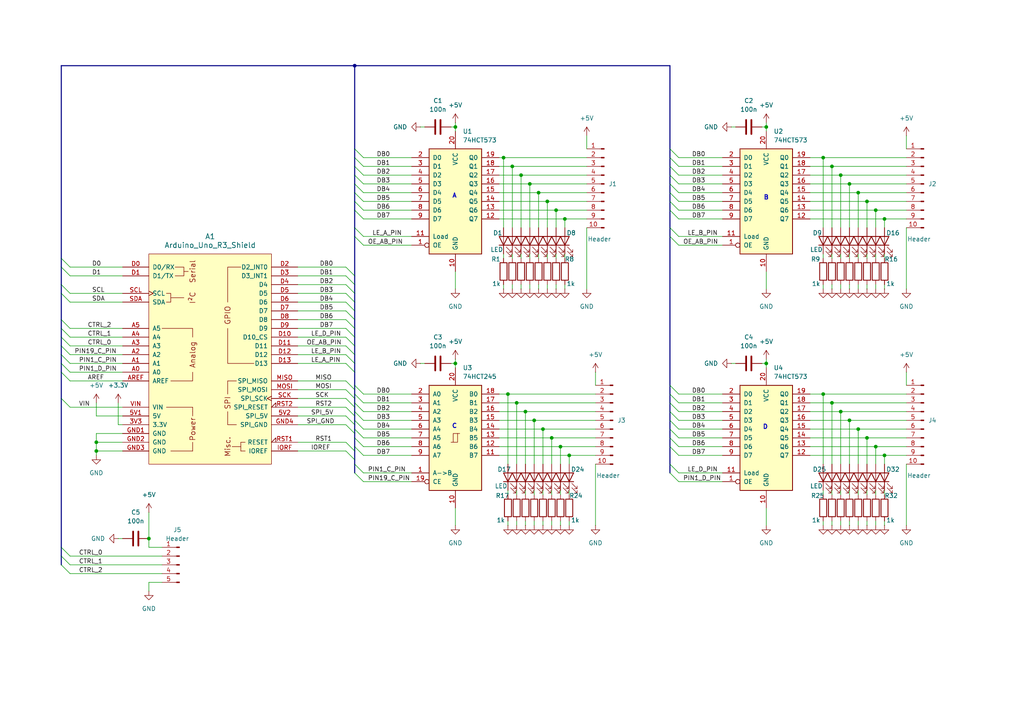
<source format=kicad_sch>
(kicad_sch (version 20250114) (generator "eeschema") (generator_version "9.0")
  (paper "A4")
  (title_block (title "Arduino Uno Expander") (date "2025-02-02") (rev "A") (company "Stefan Warnke"))
  (text "D" (at 221.996 123.952 0) (effects (font (size 1.27 1.27) (thickness 0.254) (bold yes))))
  (text "B" (at 222.25 57.404 0) (effects (font (size 1.27 1.27) (thickness 0.254) (bold yes))))
  (text "A" (at 131.826 56.896 0) (effects (font (size 1.27 1.27) (thickness 0.254) (bold yes))))
  (text "C" (at 131.826 123.698 0) (effects (font (size 1.27 1.27) (thickness 0.254) (bold yes))))
  (junction (at 165.1 132.08))
  (junction (at 156.21 55.88))
  (junction (at 153.67 53.34))
  (junction (at 246.38 121.92))
  (junction (at 222.25 105.41))
  (junction (at 161.29 60.96))
  (junction (at 162.56 129.54))
  (junction (at 157.48 124.46))
  (junction (at 246.38 53.34))
  (junction (at 163.83 63.5))
  (junction (at 158.75 58.42))
  (junction (at 27.94 130.81))
  (junction (at 151.13 50.8))
  (junction (at 241.3 48.26))
  (junction (at 160.02 127))
  (junction (at 251.46 127))
  (junction (at 147.32 114.3))
  (junction (at 132.08 36.83))
  (junction (at 251.46 58.42))
  (junction (at 222.25 36.83))
  (junction (at 254 129.54))
  (junction (at 148.59 48.26))
  (junction (at 248.92 55.88))
  (junction (at 154.94 121.92))
  (junction (at 254 60.96))
  (junction (at 238.76 114.3))
  (junction (at 256.54 63.5))
  (junction (at 243.84 50.8))
  (junction (at 43.18 156.21))
  (junction (at 102.87 19.05))
  (junction (at 146.05 45.72))
  (junction (at 248.92 124.46))
  (junction (at 149.86 116.84))
  (junction (at 152.4 119.38))
  (junction (at 256.54 132.08))
  (junction (at 243.84 119.38))
  (junction (at 241.3 116.84))
  (junction (at 27.94 128.27))
  (junction (at 238.76 45.72))
  (junction (at 132.08 105.41))
  (bus_entry (at 102.87 66.04) (size 2.54 2.54))
  (bus_entry (at 194.31 53.34) (size 2.54 2.54))
  (bus_entry (at 102.87 116.84) (size 2.54 2.54))
  (bus_entry (at 194.31 50.8) (size 2.54 2.54))
  (bus_entry (at 17.78 100.33) (size 2.54 2.54))
  (bus_entry (at 102.87 50.8) (size 2.54 2.54))
  (bus_entry (at 102.87 53.34) (size 2.54 2.54))
  (bus_entry (at 102.87 134.62) (size 2.54 2.54))
  (bus_entry (at 100.33 90.17) (size 2.54 2.54))
  (bus_entry (at 194.31 55.88) (size 2.54 2.54))
  (bus_entry (at 100.33 100.33) (size 2.54 2.54))
  (bus_entry (at 194.31 137.16) (size 2.54 2.54))
  (bus_entry (at 102.87 129.54) (size 2.54 2.54))
  (bus_entry (at 17.78 105.41) (size 2.54 2.54))
  (bus_entry (at 17.78 82.55) (size 2.54 2.54))
  (bus_entry (at 17.78 77.47) (size 2.54 2.54))
  (bus_entry (at 17.78 161.29) (size 2.54 2.54))
  (bus_entry (at 100.33 85.09) (size 2.54 2.54))
  (bus_entry (at 17.78 115.57) (size 2.54 2.54))
  (bus_entry (at 102.87 124.46) (size 2.54 2.54))
  (bus_entry (at 194.31 45.72) (size 2.54 2.54))
  (bus_entry (at 194.31 60.96) (size 2.54 2.54))
  (bus_entry (at 102.87 137.16) (size 2.54 2.54))
  (bus_entry (at 100.33 102.87) (size 2.54 2.54))
  (bus_entry (at 194.31 134.62) (size 2.54 2.54))
  (bus_entry (at 102.87 114.3) (size 2.54 2.54))
  (bus_entry (at 102.87 68.58) (size 2.54 2.54))
  (bus_entry (at 17.78 97.79) (size 2.54 2.54))
  (bus_entry (at 194.31 68.58) (size 2.54 2.54))
  (bus_entry (at 102.87 55.88) (size 2.54 2.54))
  (bus_entry (at 194.31 114.3) (size 2.54 2.54))
  (bus_entry (at 100.33 118.11) (size 2.54 2.54))
  (bus_entry (at 100.33 77.47) (size 2.54 2.54))
  (bus_entry (at 102.87 45.72) (size 2.54 2.54))
  (bus_entry (at 17.78 102.87) (size 2.54 2.54))
  (bus_entry (at 102.87 48.26) (size 2.54 2.54))
  (bus_entry (at 100.33 110.49) (size 2.54 2.54))
  (bus_entry (at 100.33 92.71) (size 2.54 2.54))
  (bus_entry (at 102.87 58.42) (size 2.54 2.54))
  (bus_entry (at 102.87 60.96) (size 2.54 2.54))
  (bus_entry (at 100.33 128.27) (size 2.54 2.54))
  (bus_entry (at 100.33 113.03) (size 2.54 2.54))
  (bus_entry (at 100.33 120.65) (size 2.54 2.54))
  (bus_entry (at 194.31 43.18) (size 2.54 2.54))
  (bus_entry (at 100.33 82.55) (size 2.54 2.54))
  (bus_entry (at 194.31 121.92) (size 2.54 2.54))
  (bus_entry (at 17.78 158.75) (size 2.54 2.54))
  (bus_entry (at 102.87 43.18) (size 2.54 2.54))
  (bus_entry (at 102.87 121.92) (size 2.54 2.54))
  (bus_entry (at 194.31 116.84) (size 2.54 2.54))
  (bus_entry (at 17.78 95.25) (size 2.54 2.54))
  (bus_entry (at 194.31 58.42) (size 2.54 2.54))
  (bus_entry (at 100.33 97.79) (size 2.54 2.54))
  (bus_entry (at 17.78 163.83) (size 2.54 2.54))
  (bus_entry (at 100.33 115.57) (size 2.54 2.54))
  (bus_entry (at 100.33 95.25) (size 2.54 2.54))
  (bus_entry (at 100.33 87.63) (size 2.54 2.54))
  (bus_entry (at 194.31 111.76) (size 2.54 2.54))
  (bus_entry (at 100.33 130.81) (size 2.54 2.54))
  (bus_entry (at 194.31 48.26) (size 2.54 2.54))
  (bus_entry (at 100.33 80.01) (size 2.54 2.54))
  (bus_entry (at 17.78 74.93) (size 2.54 2.54))
  (bus_entry (at 17.78 92.71) (size 2.54 2.54))
  (bus_entry (at 102.87 111.76) (size 2.54 2.54))
  (bus_entry (at 194.31 127) (size 2.54 2.54))
  (bus_entry (at 194.31 66.04) (size 2.54 2.54))
  (bus_entry (at 194.31 119.38) (size 2.54 2.54))
  (bus_entry (at 100.33 123.19) (size 2.54 2.54))
  (bus_entry (at 194.31 129.54) (size 2.54 2.54))
  (bus_entry (at 102.87 127) (size 2.54 2.54))
  (bus_entry (at 194.31 124.46) (size 2.54 2.54))
  (bus_entry (at 17.78 107.95) (size 2.54 2.54))
  (bus_entry (at 102.87 119.38) (size 2.54 2.54))
  (bus_entry (at 17.78 85.09) (size 2.54 2.54))
  (bus_entry (at 100.33 105.41) (size 2.54 2.54))
  (wire (pts (xy 165.1 132.08) (xy 165.1 134.62)))
  (bus (pts (xy 102.87 115.57) (xy 102.87 116.84)))
  (bus (pts (xy 102.87 118.11) (xy 102.87 119.38)))
  (wire (pts (xy 196.85 48.26) (xy 209.55 48.26)))
  (wire (pts (xy 241.3 116.84) (xy 262.89 116.84)))
  (wire (pts (xy 20.32 85.09) (xy 35.56 85.09)))
  (wire (pts (xy 86.36 92.71) (xy 100.33 92.71)))
  (bus (pts (xy 17.78 105.41) (xy 17.78 102.87)))
  (wire (pts (xy 238.76 45.72) (xy 262.89 45.72)))
  (wire (pts (xy 196.85 129.54) (xy 209.55 129.54)))
  (wire (pts (xy 158.75 58.42) (xy 170.18 58.42)))
  (wire (pts (xy 243.84 82.55) (xy 243.84 83.82)))
  (wire (pts (xy 256.54 151.13) (xy 256.54 152.4)))
  (bus (pts (xy 17.78 102.87) (xy 17.78 100.33)))
  (bus (pts (xy 102.87 92.71) (xy 102.87 95.25)))
  (wire (pts (xy 105.41 127) (xy 119.38 127)))
  (wire (pts (xy 147.32 114.3) (xy 147.32 134.62)))
  (wire (pts (xy 238.76 114.3) (xy 262.89 114.3)))
  (wire (pts (xy 105.41 60.96) (xy 119.38 60.96)))
  (bus (pts (xy 102.87 48.26) (xy 102.87 50.8)))
  (wire (pts (xy 196.85 124.46) (xy 209.55 124.46)))
  (bus (pts (xy 17.78 107.95) (xy 17.78 115.57)))
  (wire (pts (xy 161.29 60.96) (xy 170.18 60.96)))
  (wire (pts (xy 243.84 151.13) (xy 243.84 152.4)))
  (wire (pts (xy 161.29 73.66) (xy 161.29 74.93)))
  (wire (pts (xy 46.99 158.75) (xy 43.18 158.75)))
  (wire (pts (xy 20.32 105.41) (xy 35.56 105.41)))
  (wire (pts (xy 158.75 82.55) (xy 158.75 83.82)))
  (wire (pts (xy 160.02 151.13) (xy 160.02 152.4)))
  (wire (pts (xy 105.41 139.7) (xy 119.38 139.7)))
  (bus (pts (xy 102.87 82.55) (xy 102.87 85.09)))
  (wire (pts (xy 43.18 158.75) (xy 43.18 156.21)))
  (wire (pts (xy 34.29 116.84) (xy 34.29 123.19)))
  (wire (pts (xy 105.41 124.46) (xy 119.38 124.46)))
  (bus (pts (xy 17.78 158.75) (xy 17.78 161.29)))
  (wire (pts (xy 196.85 127) (xy 209.55 127)))
  (wire (pts (xy 241.3 48.26) (xy 241.3 66.04)))
  (wire (pts (xy 27.94 125.73) (xy 27.94 128.27)))
  (wire (pts (xy 154.94 121.92) (xy 154.94 134.62)))
  (wire (pts (xy 172.72 134.62) (xy 172.72 152.4)))
  (bus (pts (xy 17.78 74.93) (xy 17.78 19.05)))
  (wire (pts (xy 238.76 114.3) (xy 238.76 134.62)))
  (wire (pts (xy 254 82.55) (xy 254 83.82)))
  (wire (pts (xy 105.41 63.5) (xy 119.38 63.5)))
  (bus (pts (xy 194.31 48.26) (xy 194.31 50.8)))
  (bus (pts (xy 102.87 102.87) (xy 102.87 105.41)))
  (wire (pts (xy 256.54 82.55) (xy 256.54 83.82)))
  (bus (pts (xy 17.78 19.05) (xy 102.87 19.05)))
  (wire (pts (xy 20.32 161.29) (xy 46.99 161.29)))
  (wire (pts (xy 222.25 147.32) (xy 222.25 152.4)))
  (wire (pts (xy 238.76 73.66) (xy 238.76 74.93)))
  (wire (pts (xy 196.85 53.34) (xy 209.55 53.34)))
  (wire (pts (xy 254 142.24) (xy 254 143.51)))
  (bus (pts (xy 102.87 130.81) (xy 102.87 133.35)))
  (bus (pts (xy 102.87 97.79) (xy 102.87 100.33)))
  (wire (pts (xy 144.78 132.08) (xy 165.1 132.08)))
  (wire (pts (xy 153.67 53.34) (xy 170.18 53.34)))
  (bus (pts (xy 102.87 66.04) (xy 102.87 68.58)))
  (wire (pts (xy 234.95 45.72) (xy 238.76 45.72)))
  (wire (pts (xy 161.29 60.96) (xy 161.29 66.04)))
  (wire (pts (xy 248.92 142.24) (xy 248.92 143.51)))
  (wire (pts (xy 243.84 50.8) (xy 243.84 66.04)))
  (wire (pts (xy 246.38 53.34) (xy 246.38 66.04)))
  (bus (pts (xy 17.78 115.57) (xy 17.78 158.75)))
  (wire (pts (xy 243.84 142.24) (xy 243.84 143.51)))
  (wire (pts (xy 156.21 82.55) (xy 156.21 83.82)))
  (wire (pts (xy 251.46 58.42) (xy 251.46 66.04)))
  (bus (pts (xy 194.31 58.42) (xy 194.31 60.96)))
  (bus (pts (xy 17.78 105.41) (xy 17.78 107.95)))
  (wire (pts (xy 234.95 121.92) (xy 246.38 121.92)))
  (bus (pts (xy 194.31 66.04) (xy 194.31 68.58)))
  (bus (pts (xy 102.87 50.8) (xy 102.87 53.34)))
  (bus (pts (xy 194.31 114.3) (xy 194.31 116.84)))
  (wire (pts (xy 238.76 151.13) (xy 238.76 152.4)))
  (wire (pts (xy 105.41 119.38) (xy 119.38 119.38)))
  (wire (pts (xy 34.29 123.19) (xy 35.56 123.19)))
  (wire (pts (xy 86.36 80.01) (xy 100.33 80.01)))
  (wire (pts (xy 148.59 82.55) (xy 148.59 83.82)))
  (bus (pts (xy 102.87 125.73) (xy 102.87 127)))
  (wire (pts (xy 144.78 127) (xy 160.02 127)))
  (wire (pts (xy 241.3 116.84) (xy 241.3 134.62)))
  (wire (pts (xy 149.86 143.51) (xy 149.86 142.24)))
  (wire (pts (xy 153.67 73.66) (xy 153.67 74.93)))
  (bus (pts (xy 194.31 119.38) (xy 194.31 121.92)))
  (wire (pts (xy 105.41 116.84) (xy 119.38 116.84)))
  (bus (pts (xy 194.31 19.05) (xy 194.31 43.18)))
  (wire (pts (xy 157.48 143.51) (xy 157.48 142.24)))
  (wire (pts (xy 105.41 132.08) (xy 119.38 132.08)))
  (wire (pts (xy 262.89 66.04) (xy 262.89 83.82)))
  (wire (pts (xy 254 129.54) (xy 262.89 129.54)))
  (wire (pts (xy 20.32 97.79) (xy 35.56 97.79)))
  (bus (pts (xy 102.87 105.41) (xy 102.87 107.95)))
  (wire (pts (xy 160.02 143.51) (xy 160.02 142.24)))
  (bus (pts (xy 194.31 121.92) (xy 194.31 124.46)))
  (wire (pts (xy 234.95 119.38) (xy 243.84 119.38)))
  (bus (pts (xy 102.87 85.09) (xy 102.87 87.63)))
  (bus (pts (xy 102.87 45.72) (xy 102.87 48.26)))
  (wire (pts (xy 234.95 129.54) (xy 254 129.54)))
  (bus (pts (xy 102.87 55.88) (xy 102.87 58.42)))
  (wire (pts (xy 144.78 45.72) (xy 146.05 45.72)))
  (bus (pts (xy 17.78 85.09) (xy 17.78 82.55)))
  (wire (pts (xy 105.41 55.88) (xy 119.38 55.88)))
  (wire (pts (xy 132.08 78.74) (xy 132.08 83.82)))
  (wire (pts (xy 152.4 151.13) (xy 152.4 152.4)))
  (wire (pts (xy 132.08 36.83) (xy 132.08 38.1)))
  (bus (pts (xy 102.87 68.58) (xy 102.87 80.01)))
  (wire (pts (xy 234.95 55.88) (xy 248.92 55.88)))
  (wire (pts (xy 161.29 82.55) (xy 161.29 83.82)))
  (wire (pts (xy 86.36 110.49) (xy 100.33 110.49)))
  (wire (pts (xy 144.78 63.5) (xy 163.83 63.5)))
  (wire (pts (xy 220.98 36.83) (xy 222.25 36.83)))
  (wire (pts (xy 251.46 127) (xy 262.89 127)))
  (wire (pts (xy 241.3 82.55) (xy 241.3 83.82)))
  (wire (pts (xy 152.4 119.38) (xy 172.72 119.38)))
  (wire (pts (xy 246.38 73.66) (xy 246.38 74.93)))
  (wire (pts (xy 86.36 105.41) (xy 100.33 105.41)))
  (wire (pts (xy 196.85 50.8) (xy 209.55 50.8)))
  (wire (pts (xy 222.25 35.56) (xy 222.25 36.83)))
  (wire (pts (xy 86.36 85.09) (xy 100.33 85.09)))
  (bus (pts (xy 102.87 127) (xy 102.87 129.54)))
  (wire (pts (xy 246.38 121.92) (xy 262.89 121.92)))
  (bus (pts (xy 194.31 127) (xy 194.31 129.54)))
  (wire (pts (xy 132.08 104.14) (xy 132.08 105.41)))
  (wire (pts (xy 157.48 151.13) (xy 157.48 152.4)))
  (wire (pts (xy 234.95 50.8) (xy 243.84 50.8)))
  (wire (pts (xy 170.18 66.04) (xy 170.18 83.82)))
  (wire (pts (xy 148.59 48.26) (xy 148.59 66.04)))
  (wire (pts (xy 156.21 73.66) (xy 156.21 74.93)))
  (wire (pts (xy 86.36 113.03) (xy 100.33 113.03)))
  (wire (pts (xy 86.36 97.79) (xy 100.33 97.79)))
  (wire (pts (xy 165.1 151.13) (xy 165.1 152.4)))
  (bus (pts (xy 102.87 19.05) (xy 102.87 43.18)))
  (wire (pts (xy 196.85 55.88) (xy 209.55 55.88)))
  (wire (pts (xy 121.92 36.83) (xy 123.19 36.83)))
  (wire (pts (xy 234.95 116.84) (xy 241.3 116.84)))
  (wire (pts (xy 254 151.13) (xy 254 152.4)))
  (wire (pts (xy 234.95 114.3) (xy 238.76 114.3)))
  (wire (pts (xy 149.86 116.84) (xy 149.86 134.62)))
  (wire (pts (xy 86.36 87.63) (xy 100.33 87.63)))
  (wire (pts (xy 27.94 116.84) (xy 27.94 120.65)))
  (wire (pts (xy 246.38 121.92) (xy 246.38 134.62)))
  (wire (pts (xy 158.75 73.66) (xy 158.75 74.93)))
  (wire (pts (xy 105.41 53.34) (xy 119.38 53.34)))
  (wire (pts (xy 86.36 95.25) (xy 100.33 95.25)))
  (wire (pts (xy 20.32 95.25) (xy 35.56 95.25)))
  (wire (pts (xy 157.48 124.46) (xy 157.48 134.62)))
  (wire (pts (xy 105.41 71.12) (xy 119.38 71.12)))
  (wire (pts (xy 246.38 82.55) (xy 246.38 83.82)))
  (bus (pts (xy 102.87 80.01) (xy 102.87 82.55)))
  (wire (pts (xy 251.46 58.42) (xy 262.89 58.42)))
  (wire (pts (xy 160.02 127) (xy 160.02 134.62)))
  (wire (pts (xy 146.05 73.66) (xy 146.05 74.93)))
  (wire (pts (xy 248.92 151.13) (xy 248.92 152.4)))
  (wire (pts (xy 238.76 82.55) (xy 238.76 83.82)))
  (wire (pts (xy 144.78 119.38) (xy 152.4 119.38)))
  (bus (pts (xy 17.78 92.71) (xy 17.78 85.09)))
  (wire (pts (xy 162.56 143.51) (xy 162.56 142.24)))
  (wire (pts (xy 43.18 168.91) (xy 43.18 171.45)))
  (wire (pts (xy 20.32 80.01) (xy 35.56 80.01)))
  (wire (pts (xy 196.85 132.08) (xy 209.55 132.08)))
  (bus (pts (xy 102.87 111.76) (xy 102.87 113.03)))
  (wire (pts (xy 154.94 151.13) (xy 154.94 152.4)))
  (wire (pts (xy 86.36 118.11) (xy 100.33 118.11)))
  (bus (pts (xy 102.87 134.62) (xy 102.87 137.16)))
  (wire (pts (xy 132.08 35.56) (xy 132.08 36.83)))
  (wire (pts (xy 243.84 50.8) (xy 262.89 50.8)))
  (wire (pts (xy 27.94 128.27) (xy 27.94 130.81)))
  (wire (pts (xy 196.85 58.42) (xy 209.55 58.42)))
  (wire (pts (xy 254 60.96) (xy 254 66.04)))
  (wire (pts (xy 144.78 129.54) (xy 162.56 129.54)))
  (wire (pts (xy 162.56 129.54) (xy 172.72 129.54)))
  (wire (pts (xy 170.18 39.37) (xy 170.18 43.18)))
  (wire (pts (xy 27.94 130.81) (xy 35.56 130.81)))
  (bus (pts (xy 102.87 124.46) (xy 102.87 125.73)))
  (wire (pts (xy 212.09 36.83) (xy 213.36 36.83)))
  (wire (pts (xy 149.86 151.13) (xy 149.86 152.4)))
  (bus (pts (xy 194.31 55.88) (xy 194.31 58.42)))
  (wire (pts (xy 151.13 50.8) (xy 151.13 66.04)))
  (wire (pts (xy 132.08 105.41) (xy 132.08 106.68)))
  (bus (pts (xy 17.78 161.29) (xy 17.78 163.83)))
  (wire (pts (xy 248.92 55.88) (xy 262.89 55.88)))
  (wire (pts (xy 147.32 151.13) (xy 147.32 152.4)))
  (wire (pts (xy 256.54 132.08) (xy 256.54 134.62)))
  (wire (pts (xy 196.85 137.16) (xy 209.55 137.16)))
  (wire (pts (xy 251.46 73.66) (xy 251.46 74.93)))
  (wire (pts (xy 144.78 60.96) (xy 161.29 60.96)))
  (wire (pts (xy 234.95 48.26) (xy 241.3 48.26)))
  (bus (pts (xy 194.31 124.46) (xy 194.31 127)))
  (bus (pts (xy 17.78 77.47) (xy 17.78 74.93)))
  (wire (pts (xy 86.36 82.55) (xy 100.33 82.55)))
  (wire (pts (xy 165.1 143.51) (xy 165.1 142.24)))
  (wire (pts (xy 262.89 39.37) (xy 262.89 43.18)))
  (wire (pts (xy 146.05 45.72) (xy 170.18 45.72)))
  (wire (pts (xy 246.38 53.34) (xy 262.89 53.34)))
  (wire (pts (xy 254 129.54) (xy 254 134.62)))
  (wire (pts (xy 212.09 105.41) (xy 213.36 105.41)))
  (wire (pts (xy 132.08 147.32) (xy 132.08 152.4)))
  (bus (pts (xy 17.78 92.71) (xy 17.78 95.25)))
  (wire (pts (xy 256.54 73.66) (xy 256.54 74.93)))
  (wire (pts (xy 234.95 60.96) (xy 254 60.96)))
  (wire (pts (xy 243.84 119.38) (xy 262.89 119.38)))
  (wire (pts (xy 86.36 120.65) (xy 100.33 120.65)))
  (wire (pts (xy 163.83 63.5) (xy 170.18 63.5)))
  (wire (pts (xy 156.21 55.88) (xy 170.18 55.88)))
  (wire (pts (xy 105.41 50.8) (xy 119.38 50.8)))
  (wire (pts (xy 144.78 114.3) (xy 147.32 114.3)))
  (bus (pts (xy 102.87 100.33) (xy 102.87 102.87)))
  (wire (pts (xy 144.78 53.34) (xy 153.67 53.34)))
  (wire (pts (xy 222.25 104.14) (xy 222.25 105.41)))
  (wire (pts (xy 144.78 58.42) (xy 158.75 58.42)))
  (wire (pts (xy 163.83 73.66) (xy 163.83 74.93)))
  (wire (pts (xy 251.46 82.55) (xy 251.46 83.82)))
  (bus (pts (xy 102.87 95.25) (xy 102.87 97.79)))
  (wire (pts (xy 27.94 120.65) (xy 35.56 120.65)))
  (wire (pts (xy 20.32 118.11) (xy 35.56 118.11)))
  (wire (pts (xy 148.59 73.66) (xy 148.59 74.93)))
  (wire (pts (xy 196.85 119.38) (xy 209.55 119.38)))
  (bus (pts (xy 17.78 97.79) (xy 17.78 95.25)))
  (wire (pts (xy 86.36 128.27) (xy 100.33 128.27)))
  (wire (pts (xy 20.32 87.63) (xy 35.56 87.63)))
  (wire (pts (xy 156.21 55.88) (xy 156.21 66.04)))
  (wire (pts (xy 151.13 82.55) (xy 151.13 83.82)))
  (bus (pts (xy 102.87 90.17) (xy 102.87 92.71)))
  (bus (pts (xy 194.31 111.76) (xy 194.31 114.3)))
  (wire (pts (xy 130.81 36.83) (xy 132.08 36.83)))
  (wire (pts (xy 196.85 60.96) (xy 209.55 60.96)))
  (wire (pts (xy 243.84 119.38) (xy 243.84 134.62)))
  (wire (pts (xy 35.56 128.27) (xy 27.94 128.27)))
  (bus (pts (xy 102.87 133.35) (xy 102.87 134.62)))
  (wire (pts (xy 86.36 123.19) (xy 100.33 123.19)))
  (wire (pts (xy 20.32 107.95) (xy 35.56 107.95)))
  (wire (pts (xy 105.41 58.42) (xy 119.38 58.42)))
  (wire (pts (xy 86.36 90.17) (xy 100.33 90.17)))
  (wire (pts (xy 251.46 151.13) (xy 251.46 152.4)))
  (bus (pts (xy 102.87 113.03) (xy 102.87 114.3)))
  (wire (pts (xy 256.54 132.08) (xy 262.89 132.08)))
  (wire (pts (xy 163.83 63.5) (xy 163.83 66.04)))
  (bus (pts (xy 194.31 43.18) (xy 194.31 45.72)))
  (wire (pts (xy 144.78 55.88) (xy 156.21 55.88)))
  (wire (pts (xy 256.54 63.5) (xy 256.54 66.04)))
  (bus (pts (xy 194.31 60.96) (xy 194.31 66.04)))
  (wire (pts (xy 130.81 105.41) (xy 132.08 105.41)))
  (bus (pts (xy 102.87 116.84) (xy 102.87 118.11)))
  (wire (pts (xy 243.84 73.66) (xy 243.84 74.93)))
  (wire (pts (xy 248.92 73.66) (xy 248.92 74.93)))
  (wire (pts (xy 162.56 151.13) (xy 162.56 152.4)))
  (bus (pts (xy 194.31 134.62) (xy 194.31 137.16)))
  (wire (pts (xy 238.76 142.24) (xy 238.76 143.51)))
  (wire (pts (xy 238.76 45.72) (xy 238.76 66.04)))
  (wire (pts (xy 158.75 58.42) (xy 158.75 66.04)))
  (wire (pts (xy 27.94 130.81) (xy 27.94 132.08)))
  (wire (pts (xy 152.4 119.38) (xy 152.4 134.62)))
  (wire (pts (xy 105.41 45.72) (xy 119.38 45.72)))
  (wire (pts (xy 149.86 116.84) (xy 172.72 116.84)))
  (wire (pts (xy 153.67 82.55) (xy 153.67 83.82)))
  (wire (pts (xy 154.94 143.51) (xy 154.94 142.24)))
  (wire (pts (xy 105.41 121.92) (xy 119.38 121.92)))
  (wire (pts (xy 248.92 55.88) (xy 248.92 66.04)))
  (wire (pts (xy 86.36 130.81) (xy 100.33 130.81)))
  (wire (pts (xy 20.32 163.83) (xy 46.99 163.83)))
  (wire (pts (xy 105.41 129.54) (xy 119.38 129.54)))
  (wire (pts (xy 246.38 142.24) (xy 246.38 143.51)))
  (wire (pts (xy 146.05 82.55) (xy 146.05 83.82)))
  (bus (pts (xy 17.78 82.55) (xy 17.78 77.47)))
  (wire (pts (xy 151.13 50.8) (xy 170.18 50.8)))
  (wire (pts (xy 248.92 124.46) (xy 262.89 124.46)))
  (bus (pts (xy 102.87 43.18) (xy 102.87 45.72)))
  (wire (pts (xy 34.29 156.21) (xy 35.56 156.21)))
  (wire (pts (xy 162.56 129.54) (xy 162.56 134.62)))
  (bus (pts (xy 102.87 120.65) (xy 102.87 121.92)))
  (wire (pts (xy 234.95 58.42) (xy 251.46 58.42)))
  (wire (pts (xy 196.85 114.3) (xy 209.55 114.3)))
  (wire (pts (xy 262.89 134.62) (xy 262.89 152.4)))
  (wire (pts (xy 35.56 125.73) (xy 27.94 125.73)))
  (wire (pts (xy 220.98 105.41) (xy 222.25 105.41)))
  (wire (pts (xy 248.92 82.55) (xy 248.92 83.82)))
  (wire (pts (xy 86.36 115.57) (xy 100.33 115.57)))
  (wire (pts (xy 43.18 168.91) (xy 46.99 168.91)))
  (wire (pts (xy 234.95 53.34) (xy 246.38 53.34)))
  (bus (pts (xy 194.31 116.84) (xy 194.31 119.38)))
  (wire (pts (xy 163.83 82.55) (xy 163.83 83.82)))
  (bus (pts (xy 102.87 53.34) (xy 102.87 55.88)))
  (bus (pts (xy 102.87 119.38) (xy 102.87 120.65)))
  (wire (pts (xy 105.41 114.3) (xy 119.38 114.3)))
  (wire (pts (xy 222.25 105.41) (xy 222.25 106.68)))
  (bus (pts (xy 102.87 19.05) (xy 194.31 19.05)))
  (wire (pts (xy 196.85 139.7) (xy 209.55 139.7)))
  (bus (pts (xy 17.78 100.33) (xy 17.78 97.79)))
  (wire (pts (xy 196.85 121.92) (xy 209.55 121.92)))
  (wire (pts (xy 105.41 68.58) (xy 119.38 68.58)))
  (wire (pts (xy 43.18 156.21) (xy 43.18 148.59)))
  (wire (pts (xy 241.3 73.66) (xy 241.3 74.93)))
  (bus (pts (xy 102.87 60.96) (xy 102.87 66.04)))
  (wire (pts (xy 196.85 68.58) (xy 209.55 68.58)))
  (wire (pts (xy 144.78 121.92) (xy 154.94 121.92)))
  (wire (pts (xy 256.54 142.24) (xy 256.54 143.51)))
  (wire (pts (xy 154.94 121.92) (xy 172.72 121.92)))
  (wire (pts (xy 262.89 107.95) (xy 262.89 111.76)))
  (bus (pts (xy 102.87 121.92) (xy 102.87 123.19)))
  (wire (pts (xy 147.32 114.3) (xy 172.72 114.3)))
  (wire (pts (xy 144.78 124.46) (xy 157.48 124.46)))
  (bus (pts (xy 102.87 123.19) (xy 102.87 124.46)))
  (wire (pts (xy 196.85 116.84) (xy 209.55 116.84)))
  (wire (pts (xy 147.32 143.51) (xy 147.32 142.24)))
  (bus (pts (xy 194.31 129.54) (xy 194.31 134.62)))
  (wire (pts (xy 20.32 110.49) (xy 35.56 110.49)))
  (wire (pts (xy 234.95 132.08) (xy 256.54 132.08)))
  (wire (pts (xy 20.32 102.87) (xy 35.56 102.87)))
  (wire (pts (xy 234.95 63.5) (xy 256.54 63.5)))
  (wire (pts (xy 153.67 53.34) (xy 153.67 66.04)))
  (wire (pts (xy 241.3 142.24) (xy 241.3 143.51)))
  (wire (pts (xy 241.3 151.13) (xy 241.3 152.4)))
  (wire (pts (xy 148.59 48.26) (xy 170.18 48.26)))
  (wire (pts (xy 256.54 63.5) (xy 262.89 63.5)))
  (bus (pts (xy 194.31 53.34) (xy 194.31 55.88)))
  (wire (pts (xy 222.25 36.83) (xy 222.25 38.1)))
  (wire (pts (xy 251.46 127) (xy 251.46 134.62)))
  (wire (pts (xy 152.4 143.51) (xy 152.4 142.24)))
  (bus (pts (xy 102.87 87.63) (xy 102.87 90.17)))
  (wire (pts (xy 20.32 166.37) (xy 46.99 166.37)))
  (wire (pts (xy 144.78 116.84) (xy 149.86 116.84)))
  (wire (pts (xy 241.3 48.26) (xy 262.89 48.26)))
  (wire (pts (xy 20.32 77.47) (xy 35.56 77.47)))
  (bus (pts (xy 102.87 129.54) (xy 102.87 130.81)))
  (bus (pts (xy 102.87 107.95) (xy 102.87 111.76)))
  (wire (pts (xy 144.78 48.26) (xy 148.59 48.26)))
  (wire (pts (xy 222.25 78.74) (xy 222.25 83.82)))
  (wire (pts (xy 86.36 77.47) (xy 100.33 77.47)))
  (wire (pts (xy 121.92 105.41) (xy 123.19 105.41)))
  (wire (pts (xy 251.46 142.24) (xy 251.46 143.51)))
  (bus (pts (xy 194.31 68.58) (xy 194.31 111.76)))
  (bus (pts (xy 102.87 114.3) (xy 102.87 115.57)))
  (wire (pts (xy 157.48 124.46) (xy 172.72 124.46)))
  (wire (pts (xy 254 60.96) (xy 262.89 60.96)))
  (wire (pts (xy 172.72 107.95) (xy 172.72 111.76)))
  (bus (pts (xy 194.31 50.8) (xy 194.31 53.34)))
  (wire (pts (xy 146.05 45.72) (xy 146.05 66.04)))
  (bus (pts (xy 194.31 45.72) (xy 194.31 48.26)))
  (wire (pts (xy 246.38 151.13) (xy 246.38 152.4)))
  (wire (pts (xy 160.02 127) (xy 172.72 127)))
  (wire (pts (xy 20.32 100.33) (xy 35.56 100.33)))
  (wire (pts (xy 151.13 73.66) (xy 151.13 74.93)))
  (wire (pts (xy 234.95 124.46) (xy 248.92 124.46)))
  (wire (pts (xy 86.36 102.87) (xy 100.33 102.87)))
  (wire (pts (xy 248.92 124.46) (xy 248.92 134.62)))
  (wire (pts (xy 196.85 63.5) (xy 209.55 63.5)))
  (wire (pts (xy 165.1 132.08) (xy 172.72 132.08)))
  (wire (pts (xy 105.41 137.16) (xy 119.38 137.16)))
  (wire (pts (xy 196.85 45.72) (xy 209.55 45.72)))
  (wire (pts (xy 196.85 71.12) (xy 209.55 71.12)))
  (wire (pts (xy 254 73.66) (xy 254 74.93)))
  (wire (pts (xy 86.36 100.33) (xy 100.33 100.33)))
  (wire (pts (xy 105.41 48.26) (xy 119.38 48.26)))
  (wire (pts (xy 234.95 127) (xy 251.46 127)))
  (wire (pts (xy 144.78 50.8) (xy 151.13 50.8)))
  (bus (pts (xy 102.87 58.42) (xy 102.87 60.96)))
  (label "D1" (at 26.67 80.01 0))
  (label "SPI_GND" (at 88.9 123.19 0))
  (label "SDA" (at 26.67 87.63 0))
  (label "MISO" (at 91.44 110.49 0))
  (label "DB6" (at 200.66 129.54 0))
  (label "DB1" (at 109.22 116.84 0))
  (label "SPI_5V" (at 90.17 120.65 0))
  (label "DB2" (at 109.22 50.8 0))
  (label "DB6" (at 92.71 92.71 0))
  (label "DB2" (at 109.22 119.38 0))
  (label "LE_B_PIN" (at 199.39 68.58 0) (effects (font (thickness 0.1588))))
  (label "CTRL_0" (at 25.4 100.33 0))
  (label "CTRL_1" (at 22.86 163.83 0))
  (label "DB0" (at 109.22 45.72 0))
  (label "DB4" (at 109.22 124.46 0))
  (label "DB0" (at 200.66 114.3 0))
  (label "DB5" (at 109.22 127 0))
  (label "CTRL_2" (at 25.4 95.25 0))
  (label "SCL" (at 26.67 85.09 0))
  (label "DB5" (at 200.66 58.42 0))
  (label "DB4" (at 109.22 55.88 0))
  (label "DB6" (at 109.22 129.54 0))
  (label "DB7" (at 200.66 132.08 0))
  (label "DB7" (at 109.22 132.08 0))
  (label "SCK" (at 91.44 115.57 0))
  (label "PIN19_C_PIN" (at 106.68 139.7 0) (effects (font (thickness 0.1588))))
  (label "OE_AB_PIN" (at 198.12 71.12 0))
  (label "DB4" (at 200.66 124.46 0))
  (label "DB3" (at 200.66 53.34 0))
  (label "DB4" (at 200.66 55.88 0))
  (label "DB2" (at 200.66 119.38 0))
  (label "DB0" (at 92.71 77.47 0))
  (label "CTRL_1" (at 25.4 97.79 0))
  (label "DB4" (at 92.71 87.63 0))
  (label "DB5" (at 200.66 127 0))
  (label "VIN" (at 22.86 118.11 0))
  (label "DB1" (at 200.66 48.26 0))
  (label "DB1" (at 109.22 48.26 0))
  (label "DB3" (at 92.71 85.09 0))
  (label "OE_AB_PIN" (at 106.68 71.12 0))
  (label "DB7" (at 200.66 63.5 0))
  (label "RST2" (at 91.44 118.11 0))
  (label "RST1" (at 91.44 128.27 0))
  (label "AREF" (at 25.4 110.49 0))
  (label "LE_D_PIN" (at 90.17 97.79 0))
  (label "CTRL_2" (at 22.86 166.37 0))
  (label "DB6" (at 200.66 60.96 0))
  (label "DB0" (at 109.22 114.3 0))
  (label "PIN1_D_PIN" (at 22.86 107.95 0))
  (label "PIN19_C_PIN" (at 21.59 102.87 0))
  (label "LE_A_PIN" (at 107.95 68.58 0) (effects (font (thickness 0.1588))))
  (label "DB6" (at 109.22 60.96 0))
  (label "DB2" (at 200.66 50.8 0))
  (label "D0" (at 26.67 77.47 0))
  (label "LE_A_PIN" (at 90.17 105.41 0) (effects (font (thickness 0.1588))))
  (label "DB7" (at 92.71 95.25 0))
  (label "DB3" (at 200.66 121.92 0))
  (label "CTRL_0" (at 22.86 161.29 0))
  (label "OE_AB_PIN" (at 88.9 100.33 0))
  (label "IOREF" (at 90.17 130.81 0))
  (label "DB3" (at 109.22 121.92 0))
  (label "LE_D_PIN" (at 199.39 137.16 0) (effects (font (thickness 0.1588))))
  (label "MOSI" (at 91.44 113.03 0))
  (label "DB7" (at 109.22 63.5 0))
  (label "PIN1_C_PIN" (at 22.86 105.41 0))
  (label "DB0" (at 200.66 45.72 0))
  (label "PIN1_D_PIN" (at 198.12 139.7 0) (effects (font (thickness 0.1588))))
  (label "DB3" (at 109.22 53.34 0))
  (label "PIN1_C_PIN" (at 106.68 137.16 0) (effects (font (thickness 0.1588))))
  (label "DB1" (at 200.66 116.84 0))
  (label "DB5" (at 109.22 58.42 0))
  (label "LE_B_PIN" (at 90.17 102.87 0))
  (label "DB5" (at 92.71 90.17 0))
  (label "DB1" (at 92.71 80.01 0))
  (label "DB2" (at 92.71 82.55 0))
  (symbol (lib_id "Device:R") (at 254 147.32 0) (unit 1)
    (property "Reference" "R31" (effects (hide yes)))
    (property "Value" "1k" (effects (hide yes)))
    (property "Footprint" "Resistor_SMD:R_0805_2012Metric" (effects (hide yes)))
    (property "Description" "Resistor" (effects (hide yes)))
    (property "OrderInfo" "https://www.digikey.com/en/products/detail/yageo/RC0805FR-071KL/727444" (effects (hide yes)))
  )
  (symbol (lib_id "power:GND") (at 147.32 152.4 0) (unit 1)
    (property "Reference" "#PWR036" (effects (hide yes)))
    (property "Value" "GND" (effects (hide yes)))
    (property "Description" "Power symbol creates a global label with name \"GND\" , ground" (effects (hide yes)))
  )
  (symbol (lib_id "power:GND") (at 238.76 152.4 0) (unit 1)
    (property "Reference" "#PWR046" (effects (hide yes)))
    (property "Value" "GND" (effects (hide yes)))
    (property "Description" "Power symbol creates a global label with name \"GND\" , ground" (effects (hide yes)))
  )
  (symbol (lib_id "power:GND") (at 248.92 83.82 0) (unit 1)
    (property "Reference" "#PWR022" (effects (hide yes)))
    (property "Value" "GND" (effects (hide yes)))
    (property "Description" "Power symbol creates a global label with name \"GND\" , ground" (effects (hide yes)))
  )
  (symbol (lib_id "power:GND") (at 165.1 152.4 0) (unit 1)
    (property "Reference" "#PWR043" (effects (hide yes)))
    (property "Value" "GND" (effects (hide yes)))
    (property "Description" "Power symbol creates a global label with name \"GND\" , ground" (effects (hide yes)))
  )
  (symbol (lib_id "Device:R") (at 248.92 78.74 0) (unit 1)
    (property "Reference" "R13" (effects (hide yes)))
    (property "Value" "1k" (effects (hide yes)))
    (property "Footprint" "Resistor_SMD:R_0805_2012Metric" (effects (hide yes)))
    (property "Description" "Resistor" (effects (hide yes)))
    (property "OrderInfo" "https://www.digikey.com/en/products/detail/yageo/RC0805FR-071KL/727444" (effects (hide yes)))
  )
  (symbol (lib_id "Connector:Conn_01x10_Pin") (at 267.97 121.92 0) (mirror y) (unit 1)
    (property "Reference" "J4" (at 269.24 121.9199 0) (effects (justify right)))
    (property "Value" "Header" (at 263.144 137.922 0) (effects (justify right)))
    (property "Footprint" "Connector_PinHeader_2.54mm:PinHeader_1x10_P2.54mm_Vertical" (effects (hide yes)))
    (property "Description" "Generic connector, single row, 01x10, script generated" (effects (hide yes)))
  )
  (symbol (lib_id "power:GND") (at 241.3 83.82 0) (unit 1)
    (property "Reference" "#PWR019" (effects (hide yes)))
    (property "Value" "GND" (effects (hide yes)))
    (property "Description" "Power symbol creates a global label with name \"GND\" , ground" (effects (hide yes)))
  )
  (symbol (lib_id "Device:LED") (at 147.32 138.43 90) (unit 1)
    (property "Reference" "D17" (at 144.272 136.144 90) (effects (justify right)))
    (property "Value" "LED" (at 143.51 140.97 90) (effects (justify right)))
    (property "Footprint" "LED_SMD:LED_0805_2012Metric" (effects (hide yes)))
    (property "Description" "Light emitting diode" (effects (hide yes)))
    (property "OrderInfo" "https://www.digikey.com/en/products/detail/harvatek-corporation/B1701URO-20D000114U1930/16671739" (effects (hide yes)))
  )
  (symbol (lib_id "Device:LED") (at 148.59 69.85 90) (unit 1)
    (property "Reference" "D2" (effects (hide yes)))
    (property "Value" "LED" (effects (hide yes)))
    (property "Footprint" "LED_SMD:LED_0805_2012Metric" (effects (hide yes)))
    (property "Description" "Light emitting diode" (effects (hide yes)))
    (property "OrderInfo" "https://www.digikey.com/en/products/detail/harvatek-corporation/B1701URO-20D000114U1930/16671739" (effects (hide yes)))
  )
  (symbol (lib_id "Device:R") (at 162.56 147.32 0) (unit 1)
    (property "Reference" "R23" (effects (hide yes)))
    (property "Value" "1k" (effects (hide yes)))
    (property "Footprint" "Resistor_SMD:R_0805_2012Metric" (effects (hide yes)))
    (property "Description" "Resistor" (effects (hide yes)))
    (property "OrderInfo" "https://www.digikey.com/en/products/detail/yageo/RC0805FR-071KL/727444" (effects (hide yes)))
  )
  (symbol (lib_id "Device:LED") (at 254 69.85 90) (unit 1)
    (property "Reference" "D15" (effects (hide yes)))
    (property "Value" "LED" (effects (hide yes)))
    (property "Footprint" "LED_SMD:LED_0805_2012Metric" (effects (hide yes)))
    (property "Description" "Light emitting diode" (effects (hide yes)))
    (property "OrderInfo" "https://www.digikey.com/en/products/detail/harvatek-corporation/B1701URO-20D000114U1930/16671739" (effects (hide yes)))
  )
  (symbol (lib_id "Device:R") (at 147.32 147.32 0) (unit 1)
    (property "Reference" "R17" (at 143.764 143.764 0) (effects (justify left)))
    (property "Value" "1k" (at 144.018 150.876 0) (effects (justify left)))
    (property "Footprint" "Resistor_SMD:R_0805_2012Metric" (effects (hide yes)))
    (property "Description" "Resistor" (effects (hide yes)))
    (property "OrderInfo" "https://www.digikey.com/en/products/detail/yageo/RC0805FR-071KL/727444" (effects (hide yes)))
  )
  (symbol (lib_id "Connector:Conn_01x05_Pin") (at 52.07 163.83 0) (mirror y) (unit 1)
    (property "Reference" "J5" (at 51.435 153.67 0))
    (property "Value" "Header" (at 51.435 156.21 0))
    (property "Footprint" "Connector_PinHeader_2.54mm:PinHeader_1x05_P2.54mm_Vertical" (effects (hide yes)))
    (property "Description" "Generic connector, single row, 01x05, script generated" (effects (hide yes)))
  )
  (symbol (lib_id "Connector:Conn_01x10_Pin") (at 267.97 53.34 0) (mirror y) (unit 1)
    (property "Reference" "J2" (at 269.24 53.3399 0) (effects (justify right)))
    (property "Value" "Header" (at 263.144 69.342 0) (effects (justify right)))
    (property "Footprint" "Connector_PinHeader_2.54mm:PinHeader_1x10_P2.54mm_Vertical" (effects (hide yes)))
    (property "Description" "Generic connector, single row, 01x10, script generated" (effects (hide yes)))
  )
  (symbol (lib_id "Device:R") (at 251.46 78.74 0) (unit 1)
    (property "Reference" "R14" (effects (hide yes)))
    (property "Value" "1k" (effects (hide yes)))
    (property "Footprint" "Resistor_SMD:R_0805_2012Metric" (effects (hide yes)))
    (property "Description" "Resistor" (effects (hide yes)))
    (property "OrderInfo" "https://www.digikey.com/en/products/detail/yageo/RC0805FR-071KL/727444" (effects (hide yes)))
  )
  (symbol (lib_id "Device:LED") (at 165.1 138.43 90) (unit 1)
    (property "Reference" "D24" (at 165.608 136.144 90) (effects (justify right)))
    (property "Value" "LED" (effects (hide yes)))
    (property "Footprint" "LED_SMD:LED_0805_2012Metric" (effects (hide yes)))
    (property "Description" "Light emitting diode" (effects (hide yes)))
    (property "OrderInfo" "https://www.digikey.com/en/products/detail/harvatek-corporation/B1701URO-20D000114U1930/16671739" (effects (hide yes)))
  )
  (symbol (lib_id "Device:R") (at 246.38 78.74 0) (unit 1)
    (property "Reference" "R12" (effects (hide yes)))
    (property "Value" "1k" (effects (hide yes)))
    (property "Footprint" "Resistor_SMD:R_0805_2012Metric" (effects (hide yes)))
    (property "Description" "Resistor" (effects (hide yes)))
    (property "OrderInfo" "https://www.digikey.com/en/products/detail/yageo/RC0805FR-071KL/727444" (effects (hide yes)))
  )
  (symbol (lib_id "power:GND") (at 157.48 152.4 0) (unit 1)
    (property "Reference" "#PWR040" (effects (hide yes)))
    (property "Value" "GND" (effects (hide yes)))
    (property "Description" "Power symbol creates a global label with name \"GND\" , ground" (effects (hide yes)))
  )
  (symbol (lib_id "Device:LED") (at 153.67 69.85 90) (unit 1)
    (property "Reference" "D4" (effects (hide yes)))
    (property "Value" "LED" (effects (hide yes)))
    (property "Footprint" "LED_SMD:LED_0805_2012Metric" (effects (hide yes)))
    (property "Description" "Light emitting diode" (effects (hide yes)))
    (property "OrderInfo" "https://www.digikey.com/en/products/detail/harvatek-corporation/B1701URO-20D000114U1930/16671739" (effects (hide yes)))
  )
  (symbol (lib_id "Device:R") (at 241.3 78.74 0) (unit 1)
    (property "Reference" "R10" (effects (hide yes)))
    (property "Value" "1k" (effects (hide yes)))
    (property "Footprint" "Resistor_SMD:R_0805_2012Metric" (effects (hide yes)))
    (property "Description" "Resistor" (effects (hide yes)))
    (property "OrderInfo" "https://www.digikey.com/en/products/detail/yageo/RC0805FR-071KL/727444" (effects (hide yes)))
  )
  (symbol (lib_id "power:+5V") (at 43.18 148.59 0) (unit 1)
    (property "Reference" "#PWR055" (effects (hide yes)))
    (property "Value" "+5V" (at 43.18 143.51 0))
    (property "Description" "Power symbol creates a global label with name \"+5V\"" (effects (hide yes)))
  )
  (symbol (lib_id "Device:LED") (at 161.29 69.85 90) (unit 1)
    (property "Reference" "D7" (effects (hide yes)))
    (property "Value" "LED" (effects (hide yes)))
    (property "Footprint" "LED_SMD:LED_0805_2012Metric" (effects (hide yes)))
    (property "Description" "Light emitting diode" (effects (hide yes)))
    (property "OrderInfo" "https://www.digikey.com/en/products/detail/harvatek-corporation/B1701URO-20D000114U1930/16671739" (effects (hide yes)))
  )
  (symbol (lib_id "Device:R") (at 243.84 147.32 0) (unit 1)
    (property "Reference" "R27" (effects (hide yes)))
    (property "Value" "1k" (effects (hide yes)))
    (property "Footprint" "Resistor_SMD:R_0805_2012Metric" (effects (hide yes)))
    (property "Description" "Resistor" (effects (hide yes)))
    (property "OrderInfo" "https://www.digikey.com/en/products/detail/yageo/RC0805FR-071KL/727444" (effects (hide yes)))
  )
  (symbol (lib_id "power:GND") (at 246.38 83.82 0) (unit 1)
    (property "Reference" "#PWR021" (effects (hide yes)))
    (property "Value" "GND" (effects (hide yes)))
    (property "Description" "Power symbol creates a global label with name \"GND\" , ground" (effects (hide yes)))
  )
  (symbol (lib_id "power:GND") (at 121.92 36.83 270) (unit 1)
    (property "Reference" "#PWR03" (effects (hide yes)))
    (property "Value" "GND" (at 118.11 36.8299 90) (effects (justify right)))
    (property "Description" "Power symbol creates a global label with name \"GND\" , ground" (effects (hide yes)))
  )
  (symbol (lib_id "Device:R") (at 149.86 147.32 0) (unit 1)
    (property "Reference" "R18" (effects (hide yes)))
    (property "Value" "1k" (effects (hide yes)))
    (property "Footprint" "Resistor_SMD:R_0805_2012Metric" (effects (hide yes)))
    (property "Description" "Resistor" (effects (hide yes)))
    (property "OrderInfo" "https://www.digikey.com/en/products/detail/yageo/RC0805FR-071KL/727444" (effects (hide yes)))
  )
  (symbol (lib_id "Device:LED") (at 243.84 138.43 90) (unit 1)
    (property "Reference" "D27" (effects (hide yes)))
    (property "Value" "LED" (effects (hide yes)))
    (property "Footprint" "LED_SMD:LED_0805_2012Metric" (effects (hide yes)))
    (property "Description" "Light emitting diode" (effects (hide yes)))
    (property "OrderInfo" "https://www.digikey.com/en/products/detail/harvatek-corporation/B1701URO-20D000114U1930/16671739" (effects (hide yes)))
  )
  (symbol (lib_id "Device:LED") (at 160.02 138.43 90) (unit 1)
    (property "Reference" "D22" (effects (hide yes)))
    (property "Value" "LED" (effects (hide yes)))
    (property "Footprint" "LED_SMD:LED_0805_2012Metric" (effects (hide yes)))
    (property "Description" "Light emitting diode" (effects (hide yes)))
    (property "OrderInfo" "https://www.digikey.com/en/products/detail/harvatek-corporation/B1701URO-20D000114U1930/16671739" (effects (hide yes)))
  )
  (symbol (lib_id "Device:R") (at 158.75 78.74 0) (unit 1)
    (property "Reference" "R6" (effects (hide yes)))
    (property "Value" "1k" (effects (hide yes)))
    (property "Footprint" "Resistor_SMD:R_0805_2012Metric" (effects (hide yes)))
    (property "Description" "Resistor" (effects (hide yes)))
    (property "OrderInfo" "https://www.digikey.com/en/products/detail/yageo/RC0805FR-071KL/727444" (effects (hide yes)))
  )
  (symbol (lib_id "Device:LED") (at 154.94 138.43 90) (unit 1)
    (property "Reference" "D20" (effects (hide yes)))
    (property "Value" "LED" (effects (hide yes)))
    (property "Footprint" "LED_SMD:LED_0805_2012Metric" (effects (hide yes)))
    (property "Description" "Light emitting diode" (effects (hide yes)))
    (property "OrderInfo" "https://www.digikey.com/en/products/detail/harvatek-corporation/B1701URO-20D000114U1930/16671739" (effects (hide yes)))
  )
  (symbol (lib_id "Device:R") (at 161.29 78.74 0) (unit 1)
    (property "Reference" "R7" (effects (hide yes)))
    (property "Value" "1k" (effects (hide yes)))
    (property "Footprint" "Resistor_SMD:R_0805_2012Metric" (effects (hide yes)))
    (property "Description" "Resistor" (effects (hide yes)))
    (property "OrderInfo" "https://www.digikey.com/en/products/detail/yageo/RC0805FR-071KL/727444" (effects (hide yes)))
  )
  (symbol (lib_id "Device:LED") (at 246.38 138.43 90) (unit 1)
    (property "Reference" "D28" (effects (hide yes)))
    (property "Value" "LED" (effects (hide yes)))
    (property "Footprint" "LED_SMD:LED_0805_2012Metric" (effects (hide yes)))
    (property "Description" "Light emitting diode" (effects (hide yes)))
    (property "OrderInfo" "https://www.digikey.com/en/products/detail/harvatek-corporation/B1701URO-20D000114U1930/16671739" (effects (hide yes)))
  )
  (symbol (lib_id "power:GND") (at 121.92 105.41 270) (unit 1)
    (property "Reference" "#PWR029" (effects (hide yes)))
    (property "Value" "GND" (at 118.11 105.4099 90) (effects (justify right)))
    (property "Description" "Power symbol creates a global label with name \"GND\" , ground" (effects (hide yes)))
  )
  (symbol (lib_id "power:GND") (at 238.76 83.82 0) (unit 1)
    (property "Reference" "#PWR018" (effects (hide yes)))
    (property "Value" "GND" (effects (hide yes)))
    (property "Description" "Power symbol creates a global label with name \"GND\" , ground" (effects (hide yes)))
  )
  (symbol (lib_id "Device:R") (at 157.48 147.32 0) (unit 1)
    (property "Reference" "R21" (effects (hide yes)))
    (property "Value" "1k" (effects (hide yes)))
    (property "Footprint" "Resistor_SMD:R_0805_2012Metric" (effects (hide yes)))
    (property "Description" "Resistor" (effects (hide yes)))
    (property "OrderInfo" "https://www.digikey.com/en/products/detail/yageo/RC0805FR-071KL/727444" (effects (hide yes)))
  )
  (symbol (lib_id "Device:LED") (at 162.56 138.43 90) (unit 1)
    (property "Reference" "D23" (effects (hide yes)))
    (property "Value" "LED" (effects (hide yes)))
    (property "Footprint" "LED_SMD:LED_0805_2012Metric" (effects (hide yes)))
    (property "Description" "Light emitting diode" (effects (hide yes)))
    (property "OrderInfo" "https://www.digikey.com/en/products/detail/harvatek-corporation/B1701URO-20D000114U1930/16671739" (effects (hide yes)))
  )
  (symbol (lib_id "power:+5V") (at 172.72 107.95 0) (unit 1)
    (property "Reference" "#PWR031" (effects (hide yes)))
    (property "Value" "+5V" (at 172.72 102.87 0))
    (property "Description" "Power symbol creates a global label with name \"+5V\"" (effects (hide yes)))
  )
  (symbol (lib_id "power:GND") (at 251.46 152.4 0) (unit 1)
    (property "Reference" "#PWR051" (effects (hide yes)))
    (property "Value" "GND" (effects (hide yes)))
    (property "Description" "Power symbol creates a global label with name \"GND\" , ground" (effects (hide yes)))
  )
  (symbol (lib_id "power:+5V") (at 132.08 35.56 0) (unit 1)
    (property "Reference" "#PWR01" (effects (hide yes)))
    (property "Value" "+5V" (at 132.08 30.48 0))
    (property "Description" "Power symbol creates a global label with name \"+5V\"" (effects (hide yes)))
  )
  (symbol (lib_id "Device:R") (at 153.67 78.74 0) (unit 1)
    (property "Reference" "R4" (effects (hide yes)))
    (property "Value" "1k" (effects (hide yes)))
    (property "Footprint" "Resistor_SMD:R_0805_2012Metric" (effects (hide yes)))
    (property "Description" "Resistor" (effects (hide yes)))
    (property "OrderInfo" "https://www.digikey.com/en/products/detail/yageo/RC0805FR-071KL/727444" (effects (hide yes)))
  )
  (symbol (lib_id "Device:R") (at 246.38 147.32 0) (unit 1)
    (property "Reference" "R28" (effects (hide yes)))
    (property "Value" "1k" (effects (hide yes)))
    (property "Footprint" "Resistor_SMD:R_0805_2012Metric" (effects (hide yes)))
    (property "Description" "Resistor" (effects (hide yes)))
    (property "OrderInfo" "https://www.digikey.com/en/products/detail/yageo/RC0805FR-071KL/727444" (effects (hide yes)))
  )
  (symbol (lib_id "power:GND") (at 151.13 83.82 0) (unit 1)
    (property "Reference" "#PWR010" (effects (hide yes)))
    (property "Value" "GND" (effects (hide yes)))
    (property "Description" "Power symbol creates a global label with name \"GND\" , ground" (effects (hide yes)))
  )
  (symbol (lib_id "Device:R") (at 160.02 147.32 0) (unit 1)
    (property "Reference" "R22" (effects (hide yes)))
    (property "Value" "1k" (effects (hide yes)))
    (property "Footprint" "Resistor_SMD:R_0805_2012Metric" (effects (hide yes)))
    (property "Description" "Resistor" (effects (hide yes)))
    (property "OrderInfo" "https://www.digikey.com/en/products/detail/yageo/RC0805FR-071KL/727444" (effects (hide yes)))
  )
  (symbol (lib_id "Device:R") (at 238.76 147.32 0) (unit 1)
    (property "Reference" "R25" (at 235.204 143.764 0) (effects (justify left)))
    (property "Value" "1k" (at 235.458 150.876 0) (effects (justify left)))
    (property "Footprint" "Resistor_SMD:R_0805_2012Metric" (effects (hide yes)))
    (property "Description" "Resistor" (effects (hide yes)))
    (property "OrderInfo" "https://www.digikey.com/en/products/detail/yageo/RC0805FR-071KL/727444" (effects (hide yes)))
  )
  (symbol (lib_id "Connector:Conn_01x10_Pin") (at 175.26 53.34 0) (mirror y) (unit 1)
    (property "Reference" "J1" (at 176.53 53.3399 0) (effects (justify right)))
    (property "Value" "Header" (at 170.434 69.342 0) (effects (justify right)))
    (property "Footprint" "Connector_PinHeader_2.54mm:PinHeader_1x10_P2.54mm_Vertical" (effects (hide yes)))
    (property "Description" "Generic connector, single row, 01x10, script generated" (effects (hide yes)))
  )
  (symbol (lib_id "Device:LED") (at 248.92 69.85 90) (unit 1)
    (property "Reference" "D13" (effects (hide yes)))
    (property "Value" "LED" (effects (hide yes)))
    (property "Footprint" "LED_SMD:LED_0805_2012Metric" (effects (hide yes)))
    (property "Description" "Light emitting diode" (effects (hide yes)))
    (property "OrderInfo" "https://www.digikey.com/en/products/detail/harvatek-corporation/B1701URO-20D000114U1930/16671739" (effects (hide yes)))
  )
  (symbol (lib_id "Device:LED") (at 248.92 138.43 90) (unit 1)
    (property "Reference" "D29" (effects (hide yes)))
    (property "Value" "LED" (effects (hide yes)))
    (property "Footprint" "LED_SMD:LED_0805_2012Metric" (effects (hide yes)))
    (property "Description" "Light emitting diode" (effects (hide yes)))
    (property "OrderInfo" "https://www.digikey.com/en/products/detail/harvatek-corporation/B1701URO-20D000114U1930/16671739" (effects (hide yes)))
  )
  (symbol (lib_id "power:GND") (at 256.54 83.82 0) (unit 1)
    (property "Reference" "#PWR025" (effects (hide yes)))
    (property "Value" "GND" (effects (hide yes)))
    (property "Description" "Power symbol creates a global label with name \"GND\" , ground" (effects (hide yes)))
  )
  (symbol (lib_id "power:+5V") (at 262.89 39.37 0) (unit 1)
    (property "Reference" "#PWR06" (effects (hide yes)))
    (property "Value" "+5V" (at 262.89 34.29 0))
    (property "Description" "Power symbol creates a global label with name \"+5V\"" (effects (hide yes)))
  )
  (symbol (lib_id "power:+5V") (at 262.89 107.95 0) (unit 1)
    (property "Reference" "#PWR032" (effects (hide yes)))
    (property "Value" "+5V" (at 262.89 102.87 0))
    (property "Description" "Power symbol creates a global label with name \"+5V\"" (effects (hide yes)))
  )
  (symbol (lib_id "power:GND") (at 149.86 152.4 0) (unit 1)
    (property "Reference" "#PWR037" (effects (hide yes)))
    (property "Value" "GND" (effects (hide yes)))
    (property "Description" "Power symbol creates a global label with name \"GND\" , ground" (effects (hide yes)))
  )
  (symbol (lib_id "power:GND") (at 212.09 36.83 270) (unit 1)
    (property "Reference" "#PWR04" (effects (hide yes)))
    (property "Value" "GND" (at 208.28 36.8299 90) (effects (justify right)))
    (property "Description" "Power symbol creates a global label with name \"GND\" , ground" (effects (hide yes)))
  )
  (symbol (lib_id "74xx:74LS573") (at 132.08 58.42 0) (unit 1)
    (property "Reference" "U1" (at 134.2233 38.1 0) (effects (justify left)))
    (property "Value" "74HCT573" (at 134.2233 40.64 0) (effects (justify left)))
    (property "Footprint" "Package_DIP:DIP-20_W7.62mm_Socket" (effects (hide yes)))
    (property "Datasheet" "74xx/74hc573.pdf" (effects (hide yes)))
    (property "Description" "8-bit Latch 3-state outputs" (effects (hide yes)))
    (property "OrderInfo" "https://www.digikey.com/en/products/detail/texas-instruments/CD74HCT573E/38717" (effects (hide yes)))
  )
  (symbol (lib_id "power:GND") (at 222.25 83.82 0) (unit 1)
    (property "Reference" "#PWR017" (effects (hide yes)))
    (property "Value" "GND" (at 222.25 88.9 0))
    (property "Description" "Power symbol creates a global label with name \"GND\" , ground" (effects (hide yes)))
  )
  (symbol (lib_id "Device:C") (at 217.17 36.83 90) (unit 1)
    (property "Reference" "C2" (at 217.17 29.21 90))
    (property "Value" "100n" (at 217.17 31.75 90))
    (property "Footprint" "Capacitor_THT:C_Disc_D4.3mm_W1.9mm_P5.00mm" (effects (hide yes)))
    (property "Description" "Unpolarized capacitor" (effects (hide yes)))
    (property "OrderInfo" "https://www.digikey.com/en/products/detail/kemet/C320C104M5R5TA/3726028" (effects (hide yes)))
  )
  (symbol (lib_id "power:GND") (at 158.75 83.82 0) (unit 1)
    (property "Reference" "#PWR013" (effects (hide yes)))
    (property "Value" "GND" (effects (hide yes)))
    (property "Description" "Power symbol creates a global label with name \"GND\" , ground" (effects (hide yes)))
  )
  (symbol (lib_id "Device:LED") (at 251.46 138.43 90) (unit 1)
    (property "Reference" "D30" (effects (hide yes)))
    (property "Value" "LED" (effects (hide yes)))
    (property "Footprint" "LED_SMD:LED_0805_2012Metric" (effects (hide yes)))
    (property "Description" "Light emitting diode" (effects (hide yes)))
    (property "OrderInfo" "https://www.digikey.com/en/products/detail/harvatek-corporation/B1701URO-20D000114U1930/16671739" (effects (hide yes)))
  )
  (symbol (lib_id "power:GND") (at 262.89 83.82 0) (unit 1)
    (property "Reference" "#PWR026" (effects (hide yes)))
    (property "Value" "GND" (at 262.89 88.9 0))
    (property "Description" "Power symbol creates a global label with name \"GND\" , ground" (effects (hide yes)))
  )
  (symbol (lib_id "Device:R") (at 151.13 78.74 0) (unit 1)
    (property "Reference" "R3" (effects (hide yes)))
    (property "Value" "1k" (effects (hide yes)))
    (property "Footprint" "Resistor_SMD:R_0805_2012Metric" (effects (hide yes)))
    (property "Description" "Resistor" (effects (hide yes)))
    (property "OrderInfo" "https://www.digikey.com/en/products/detail/yageo/RC0805FR-071KL/727444" (effects (hide yes)))
  )
  (symbol (lib_id "power:GND") (at 148.59 83.82 0) (unit 1)
    (property "Reference" "#PWR09" (effects (hide yes)))
    (property "Value" "GND" (effects (hide yes)))
    (property "Description" "Power symbol creates a global label with name \"GND\" , ground" (effects (hide yes)))
  )
  (symbol (lib_id "Device:LED") (at 246.38 69.85 90) (unit 1)
    (property "Reference" "D12" (effects (hide yes)))
    (property "Value" "LED" (effects (hide yes)))
    (property "Footprint" "LED_SMD:LED_0805_2012Metric" (effects (hide yes)))
    (property "Description" "Light emitting diode" (effects (hide yes)))
    (property "OrderInfo" "https://www.digikey.com/en/products/detail/harvatek-corporation/B1701URO-20D000114U1930/16671739" (effects (hide yes)))
  )
  (symbol (lib_id "Device:R") (at 241.3 147.32 0) (unit 1)
    (property "Reference" "R26" (effects (hide yes)))
    (property "Value" "1k" (effects (hide yes)))
    (property "Footprint" "Resistor_SMD:R_0805_2012Metric" (effects (hide yes)))
    (property "Description" "Resistor" (effects (hide yes)))
    (property "OrderInfo" "https://www.digikey.com/en/products/detail/yageo/RC0805FR-071KL/727444" (effects (hide yes)))
  )
  (symbol (lib_id "power:+3.3V") (at 34.29 116.84 0) (unit 1)
    (property "Reference" "#PWR057" (effects (hide yes)))
    (property "Value" "+3.3V" (at 34.29 111.76 0))
    (property "Description" "Power symbol creates a global label with name \"+3.3V\"" (effects (hide yes)))
  )
  (symbol (lib_id "power:GND") (at 243.84 152.4 0) (unit 1)
    (property "Reference" "#PWR048" (effects (hide yes)))
    (property "Value" "GND" (effects (hide yes)))
    (property "Description" "Power symbol creates a global label with name \"GND\" , ground" (effects (hide yes)))
  )
  (symbol (lib_id "power:GND") (at 254 152.4 0) (unit 1)
    (property "Reference" "#PWR052" (effects (hide yes)))
    (property "Value" "GND" (effects (hide yes)))
    (property "Description" "Power symbol creates a global label with name \"GND\" , ground" (effects (hide yes)))
  )
  (symbol (lib_id "Device:LED") (at 149.86 138.43 90) (unit 1)
    (property "Reference" "D18" (effects (hide yes)))
    (property "Value" "LED" (effects (hide yes)))
    (property "Footprint" "LED_SMD:LED_0805_2012Metric" (effects (hide yes)))
    (property "Description" "Light emitting diode" (effects (hide yes)))
    (property "OrderInfo" "https://www.digikey.com/en/products/detail/harvatek-corporation/B1701URO-20D000114U1930/16671739" (effects (hide yes)))
  )
  (symbol (lib_id "power:GND") (at 243.84 83.82 0) (unit 1)
    (property "Reference" "#PWR020" (effects (hide yes)))
    (property "Value" "GND" (effects (hide yes)))
    (property "Description" "Power symbol creates a global label with name \"GND\" , ground" (effects (hide yes)))
  )
  (symbol (lib_id "Device:LED") (at 151.13 69.85 90) (unit 1)
    (property "Reference" "D3" (effects (hide yes)))
    (property "Value" "LED" (effects (hide yes)))
    (property "Footprint" "LED_SMD:LED_0805_2012Metric" (effects (hide yes)))
    (property "Description" "Light emitting diode" (effects (hide yes)))
    (property "OrderInfo" "https://www.digikey.com/en/products/detail/harvatek-corporation/B1701URO-20D000114U1930/16671739" (effects (hide yes)))
  )
  (symbol (lib_id "Connector:Conn_01x10_Pin") (at 177.8 121.92 0) (mirror y) (unit 1)
    (property "Reference" "J3" (at 179.07 121.9199 0) (effects (justify right)))
    (property "Value" "Header" (at 172.974 137.922 0) (effects (justify right)))
    (property "Footprint" "Connector_PinHeader_2.54mm:PinHeader_1x10_P2.54mm_Vertical" (effects (hide yes)))
    (property "Description" "Generic connector, single row, 01x10, script generated" (effects (hide yes)))
  )
  (symbol (lib_id "power:GND") (at 241.3 152.4 0) (unit 1)
    (property "Reference" "#PWR047" (effects (hide yes)))
    (property "Value" "GND" (effects (hide yes)))
    (property "Description" "Power symbol creates a global label with name \"GND\" , ground" (effects (hide yes)))
  )
  (symbol (lib_id "Device:C") (at 127 105.41 90) (unit 1)
    (property "Reference" "C3" (at 127 97.79 90))
    (property "Value" "100n" (at 127 100.33 90))
    (property "Footprint" "Capacitor_THT:C_Disc_D4.3mm_W1.9mm_P5.00mm" (effects (hide yes)))
    (property "Description" "Unpolarized capacitor" (effects (hide yes)))
    (property "OrderInfo" "https://www.digikey.com/en/products/detail/kemet/C320C104M5R5TA/3726028" (effects (hide yes)))
  )
  (symbol (lib_id "Device:R") (at 238.76 78.74 0) (unit 1)
    (property "Reference" "R9" (at 235.204 75.184 0) (effects (justify left)))
    (property "Value" "1k" (at 235.458 82.296 0) (effects (justify left)))
    (property "Footprint" "Resistor_SMD:R_0805_2012Metric" (effects (hide yes)))
    (property "Description" "Resistor" (effects (hide yes)))
    (property "OrderInfo" "https://www.digikey.com/en/products/detail/yageo/RC0805FR-071KL/727444" (effects (hide yes)))
  )
  (symbol (lib_id "power:GND") (at 246.38 152.4 0) (unit 1)
    (property "Reference" "#PWR049" (effects (hide yes)))
    (property "Value" "GND" (effects (hide yes)))
    (property "Description" "Power symbol creates a global label with name \"GND\" , ground" (effects (hide yes)))
  )
  (symbol (lib_id "power:+5V") (at 222.25 35.56 0) (unit 1)
    (property "Reference" "#PWR02" (effects (hide yes)))
    (property "Value" "+5V" (at 222.25 30.48 0))
    (property "Description" "Power symbol creates a global label with name \"+5V\"" (effects (hide yes)))
  )
  (symbol (lib_id "Device:LED") (at 238.76 69.85 90) (unit 1)
    (property "Reference" "D9" (at 235.712 67.564 90) (effects (justify right)))
    (property "Value" "LED" (at 234.95 72.39 90) (effects (justify right)))
    (property "Footprint" "LED_SMD:LED_0805_2012Metric" (effects (hide yes)))
    (property "Description" "Light emitting diode" (effects (hide yes)))
    (property "OrderInfo" "https://www.digikey.com/en/products/detail/harvatek-corporation/B1701URO-20D000114U1930/16671739" (effects (hide yes)))
  )
  (symbol (lib_id "power:GND") (at 170.18 83.82 0) (unit 1)
    (property "Reference" "#PWR016" (effects (hide yes)))
    (property "Value" "GND" (at 170.18 88.9 0))
    (property "Description" "Power symbol creates a global label with name \"GND\" , ground" (effects (hide yes)))
  )
  (symbol (lib_id "power:GND") (at 152.4 152.4 0) (unit 1)
    (property "Reference" "#PWR038" (effects (hide yes)))
    (property "Value" "GND" (effects (hide yes)))
    (property "Description" "Power symbol creates a global label with name \"GND\" , ground" (effects (hide yes)))
  )
  (symbol (lib_id "74xx:74LS573") (at 222.25 58.42 0) (unit 1)
    (property "Reference" "U2" (at 224.3933 38.1 0) (effects (justify left)))
    (property "Value" "74HCT573" (at 224.3933 40.64 0) (effects (justify left)))
    (property "Footprint" "Package_DIP:DIP-20_W7.62mm_Socket" (effects (hide yes)))
    (property "Datasheet" "74xx/74hc573.pdf" (effects (hide yes)))
    (property "Description" "8-bit Latch 3-state outputs" (effects (hide yes)))
    (property "OrderInfo" "https://www.digikey.com/en/products/detail/texas-instruments/CD74HCT573E/38717" (effects (hide yes)))
  )
  (symbol (lib_id "Device:R") (at 243.84 78.74 0) (unit 1)
    (property "Reference" "R11" (effects (hide yes)))
    (property "Value" "1k" (effects (hide yes)))
    (property "Footprint" "Resistor_SMD:R_0805_2012Metric" (effects (hide yes)))
    (property "Description" "Resistor" (effects (hide yes)))
    (property "OrderInfo" "https://www.digikey.com/en/products/detail/yageo/RC0805FR-071KL/727444" (effects (hide yes)))
  )
  (symbol (lib_id "power:GND") (at 27.94 132.08 0) (unit 1)
    (property "Reference" "#PWR034" (effects (hide yes)))
    (property "Value" "GND" (at 27.94 137.16 0))
    (property "Description" "Power symbol creates a global label with name \"GND\" , ground" (effects (hide yes)))
  )
  (symbol (lib_id "Device:R") (at 254 78.74 0) (unit 1)
    (property "Reference" "R15" (effects (hide yes)))
    (property "Value" "1k" (effects (hide yes)))
    (property "Footprint" "Resistor_SMD:R_0805_2012Metric" (effects (hide yes)))
    (property "Description" "Resistor" (effects (hide yes)))
    (property "OrderInfo" "https://www.digikey.com/en/products/detail/yageo/RC0805FR-071KL/727444" (effects (hide yes)))
  )
  (symbol (lib_id "74xx:74LS573") (at 222.25 127 0) (unit 1)
    (property "Reference" "U4" (at 224.3933 106.68 0) (effects (justify left)))
    (property "Value" "74HCT573" (at 224.3933 109.22 0) (effects (justify left)))
    (property "Footprint" "Package_DIP:DIP-20_W7.62mm_Socket" (effects (hide yes)))
    (property "Datasheet" "74xx/74hc573.pdf" (effects (hide yes)))
    (property "Description" "8-bit Latch 3-state outputs" (effects (hide yes)))
    (property "OrderInfo" "https://www.digikey.com/en/products/detail/texas-instruments/CD74HCT573E/38717" (effects (hide yes)))
  )
  (symbol (lib_id "Device:LED") (at 152.4 138.43 90) (unit 1)
    (property "Reference" "D19" (effects (hide yes)))
    (property "Value" "LED" (effects (hide yes)))
    (property "Footprint" "LED_SMD:LED_0805_2012Metric" (effects (hide yes)))
    (property "Description" "Light emitting diode" (effects (hide yes)))
    (property "OrderInfo" "https://www.digikey.com/en/products/detail/harvatek-corporation/B1701URO-20D000114U1930/16671739" (effects (hide yes)))
  )
  (symbol (lib_id "Device:LED") (at 243.84 69.85 90) (unit 1)
    (property "Reference" "D11" (effects (hide yes)))
    (property "Value" "LED" (effects (hide yes)))
    (property "Footprint" "LED_SMD:LED_0805_2012Metric" (effects (hide yes)))
    (property "Description" "Light emitting diode" (effects (hide yes)))
    (property "OrderInfo" "https://www.digikey.com/en/products/detail/harvatek-corporation/B1701URO-20D000114U1930/16671739" (effects (hide yes)))
  )
  (symbol (lib_id "Device:C") (at 127 36.83 90) (unit 1)
    (property "Reference" "C1" (at 127 29.21 90))
    (property "Value" "100n" (at 127 31.75 90))
    (property "Footprint" "Capacitor_THT:C_Disc_D4.3mm_W1.9mm_P5.00mm" (effects (hide yes)))
    (property "Description" "Unpolarized capacitor" (effects (hide yes)))
    (property "OrderInfo" "https://www.digikey.com/en/products/detail/kemet/C320C104M5R5TA/3726028" (effects (hide yes)))
  )
  (symbol (lib_id "Device:LED") (at 158.75 69.85 90) (unit 1)
    (property "Reference" "D6" (effects (hide yes)))
    (property "Value" "LED" (effects (hide yes)))
    (property "Footprint" "LED_SMD:LED_0805_2012Metric" (effects (hide yes)))
    (property "Description" "Light emitting diode" (effects (hide yes)))
    (property "OrderInfo" "https://www.digikey.com/en/products/detail/harvatek-corporation/B1701URO-20D000114U1930/16671739" (effects (hide yes)))
  )
  (symbol (lib_id "power:+5V") (at 132.08 104.14 0) (unit 1)
    (property "Reference" "#PWR027" (effects (hide yes)))
    (property "Value" "+5V" (at 132.08 99.06 0))
    (property "Description" "Power symbol creates a global label with name \"+5V\"" (effects (hide yes)))
  )
  (symbol (lib_id "power:GND") (at 34.29 156.21 270) (unit 1)
    (property "Reference" "#PWR058" (effects (hide yes)))
    (property "Value" "GND" (at 30.48 156.2099 90) (effects (justify right)))
    (property "Description" "Power symbol creates a global label with name \"GND\" , ground" (effects (hide yes)))
  )
  (symbol (lib_id "Device:LED") (at 254 138.43 90) (unit 1)
    (property "Reference" "D31" (effects (hide yes)))
    (property "Value" "LED" (effects (hide yes)))
    (property "Footprint" "LED_SMD:LED_0805_2012Metric" (effects (hide yes)))
    (property "Description" "Light emitting diode" (effects (hide yes)))
    (property "OrderInfo" "https://www.digikey.com/en/products/detail/harvatek-corporation/B1701URO-20D000114U1930/16671739" (effects (hide yes)))
  )
  (symbol (lib_id "power:GND") (at 172.72 152.4 0) (unit 1)
    (property "Reference" "#PWR044" (effects (hide yes)))
    (property "Value" "GND" (at 172.72 157.48 0))
    (property "Description" "Power symbol creates a global label with name \"GND\" , ground" (effects (hide yes)))
  )
  (symbol (lib_id "power:+5V") (at 170.18 39.37 0) (unit 1)
    (property "Reference" "#PWR05" (effects (hide yes)))
    (property "Value" "+5V" (at 170.18 34.29 0))
    (property "Description" "Power symbol creates a global label with name \"+5V\"" (effects (hide yes)))
  )
  (symbol (lib_id "power:GND") (at 146.05 83.82 0) (unit 1)
    (property "Reference" "#PWR08" (effects (hide yes)))
    (property "Value" "GND" (effects (hide yes)))
    (property "Description" "Power symbol creates a global label with name \"GND\" , ground" (effects (hide yes)))
  )
  (symbol (lib_id "power:GND") (at 156.21 83.82 0) (unit 1)
    (property "Reference" "#PWR012" (effects (hide yes)))
    (property "Value" "GND" (effects (hide yes)))
    (property "Description" "Power symbol creates a global label with name \"GND\" , ground" (effects (hide yes)))
  )
  (symbol (lib_id "power:GND") (at 132.08 152.4 0) (unit 1)
    (property "Reference" "#PWR035" (effects (hide yes)))
    (property "Value" "GND" (at 132.08 157.48 0))
    (property "Description" "Power symbol creates a global label with name \"GND\" , ground" (effects (hide yes)))
  )
  (symbol (lib_id "Arduino Shield:Arduino_Uno_R3_Shield") (at 60.96 104.14 0) (unit 1)
    (property "Reference" "A1" (at 60.96 68.58 0) (effects (font (size 1.524 1.524))))
    (property "Value" "Arduino_Uno_R3_Shield" (at 60.96 71.12 0) (effects (font (size 1.524 1.524))))
    (property "Footprint" "footprints:Arduino_Uno_R3_Shield" (effects (hide yes)))
    (property "Datasheet" "https://docs.arduino.cc/hardware/uno-rev3" (effects (hide yes)))
    (property "Description" "Shield for Arduino Uno R3" (effects (hide yes)))
    (property "OrderInfo" "https://www.amazon.com/ELEGOO-Board-ATmega328P-ATMEGA16U2-Compliant/dp/B01EWOE0UU/ref=sr_1_2?crid=15THABM1U4P29&dib=eyJ2IjoiMSJ9.MazmhFfn-DF8W5oyX_S-tDFAqLRDaMJSkroaZhdQMdhQODwCFGUNmygl958oXh66FdmhQHa2imAbaq6I-hHj1KlfuE5MLVNu-L4KDIploDy_9OiC6XvUr7PI6wpKtQ53AnMRCytQP0aIoqLLrCBXFvA6XU8IlyRFbYAs-tW8KSj2PN8ZbpyVldKg1cFfISgctg1HgT7Vw7OzjLoZPBeTlZH3BFykxaKecFHQl8CO6Yv5aJb5cEEijgcUxck1Hz053PiXduu08zB5ZOTtMB5qJf1oOftuC5VBXd2qFt-Vi8c.so1uikwsmBXg13t5IN5SvV64fObEXqNdXKgRC3izOPI&dib_tag=se&keywords=arduino+uno&qid=1746908187&s=industrial&sprefix=ard%2Cindustrial%2C282&sr=1-2" (effects (hide yes)))
  )
  (symbol (lib_id "Device:R") (at 152.4 147.32 0) (unit 1)
    (property "Reference" "R19" (effects (hide yes)))
    (property "Value" "1k" (effects (hide yes)))
    (property "Footprint" "Resistor_SMD:R_0805_2012Metric" (effects (hide yes)))
    (property "Description" "Resistor" (effects (hide yes)))
    (property "OrderInfo" "https://www.digikey.com/en/products/detail/yageo/RC0805FR-071KL/727444" (effects (hide yes)))
  )
  (symbol (lib_id "Device:LED") (at 157.48 138.43 90) (unit 1)
    (property "Reference" "D21" (effects (hide yes)))
    (property "Value" "LED" (effects (hide yes)))
    (property "Footprint" "LED_SMD:LED_0805_2012Metric" (effects (hide yes)))
    (property "Description" "Light emitting diode" (effects (hide yes)))
    (property "OrderInfo" "https://www.digikey.com/en/products/detail/harvatek-corporation/B1701URO-20D000114U1930/16671739" (effects (hide yes)))
  )
  (symbol (lib_id "Device:LED") (at 256.54 69.85 90) (unit 1)
    (property "Reference" "D16" (at 257.048 67.564 90) (effects (justify right)))
    (property "Value" "LED" (effects (hide yes)))
    (property "Footprint" "LED_SMD:LED_0805_2012Metric" (effects (hide yes)))
    (property "Description" "Light emitting diode" (effects (hide yes)))
    (property "OrderInfo" "https://www.digikey.com/en/products/detail/harvatek-corporation/B1701URO-20D000114U1930/16671739" (effects (hide yes)))
  )
  (symbol (lib_id "power:GND") (at 162.56 152.4 0) (unit 1)
    (property "Reference" "#PWR042" (effects (hide yes)))
    (property "Value" "GND" (effects (hide yes)))
    (property "Description" "Power symbol creates a global label with name \"GND\" , ground" (effects (hide yes)))
  )
  (symbol (lib_id "Device:LED") (at 241.3 69.85 90) (unit 1)
    (property "Reference" "D10" (effects (hide yes)))
    (property "Value" "LED" (effects (hide yes)))
    (property "Footprint" "LED_SMD:LED_0805_2012Metric" (effects (hide yes)))
    (property "Description" "Light emitting diode" (effects (hide yes)))
    (property "OrderInfo" "https://www.digikey.com/en/products/detail/harvatek-corporation/B1701URO-20D000114U1930/16671739" (effects (hide yes)))
  )
  (symbol (lib_id "power:GND") (at 132.08 83.82 0) (unit 1)
    (property "Reference" "#PWR07" (effects (hide yes)))
    (property "Value" "GND" (at 132.08 88.9 0))
    (property "Description" "Power symbol creates a global label with name \"GND\" , ground" (effects (hide yes)))
  )
  (symbol (lib_id "power:GND") (at 163.83 83.82 0) (unit 1)
    (property "Reference" "#PWR015" (effects (hide yes)))
    (property "Value" "GND" (effects (hide yes)))
    (property "Description" "Power symbol creates a global label with name \"GND\" , ground" (effects (hide yes)))
  )
  (symbol (lib_id "Device:LED") (at 156.21 69.85 90) (unit 1)
    (property "Reference" "D5" (effects (hide yes)))
    (property "Value" "LED" (effects (hide yes)))
    (property "Footprint" "LED_SMD:LED_0805_2012Metric" (effects (hide yes)))
    (property "Description" "Light emitting diode" (effects (hide yes)))
    (property "OrderInfo" "https://www.digikey.com/en/products/detail/harvatek-corporation/B1701URO-20D000114U1930/16671739" (effects (hide yes)))
  )
  (symbol (lib_id "power:+5V") (at 27.94 116.84 0) (unit 1)
    (property "Reference" "#PWR033" (effects (hide yes)))
    (property "Value" "+5V" (at 27.94 111.76 0))
    (property "Description" "Power symbol creates a global label with name \"+5V\"" (effects (hide yes)))
  )
  (symbol (lib_id "Device:R") (at 146.05 78.74 0) (unit 1)
    (property "Reference" "R1" (at 142.494 75.184 0) (effects (justify left)))
    (property "Value" "1k" (at 142.748 82.296 0) (effects (justify left)))
    (property "Footprint" "Resistor_SMD:R_0805_2012Metric" (effects (hide yes)))
    (property "Description" "Resistor" (effects (hide yes)))
    (property "OrderInfo" "https://www.digikey.com/en/products/detail/yageo/RC0805FR-071KL/727444" (effects (hide yes)))
  )
  (symbol (lib_id "Device:R") (at 165.1 147.32 0) (unit 1)
    (property "Reference" "R24" (at 165.1 143.764 0) (effects (justify left)))
    (property "Value" "1k" (at 165.608 150.876 0) (effects (justify left)))
    (property "Footprint" "Resistor_SMD:R_0805_2012Metric" (effects (hide yes)))
    (property "Description" "Resistor" (effects (hide yes)))
    (property "OrderInfo" "https://www.digikey.com/en/products/detail/yageo/RC0805FR-071KL/727444" (effects (hide yes)))
  )
  (symbol (lib_id "power:GND") (at 254 83.82 0) (unit 1)
    (property "Reference" "#PWR024" (effects (hide yes)))
    (property "Value" "GND" (effects (hide yes)))
    (property "Description" "Power symbol creates a global label with name \"GND\" , ground" (effects (hide yes)))
  )
  (symbol (lib_id "power:GND") (at 222.25 152.4 0) (unit 1)
    (property "Reference" "#PWR045" (effects (hide yes)))
    (property "Value" "GND" (at 222.25 157.48 0))
    (property "Description" "Power symbol creates a global label with name \"GND\" , ground" (effects (hide yes)))
  )
  (symbol (lib_id "Device:R") (at 256.54 147.32 0) (unit 1)
    (property "Reference" "R32" (at 256.54 143.764 0) (effects (justify left)))
    (property "Value" "1k" (at 257.048 150.876 0) (effects (justify left)))
    (property "Footprint" "Resistor_SMD:R_0805_2012Metric" (effects (hide yes)))
    (property "Description" "Resistor" (effects (hide yes)))
    (property "OrderInfo" "https://www.digikey.com/en/products/detail/yageo/RC0805FR-071KL/727444" (effects (hide yes)))
  )
  (symbol (lib_id "power:GND") (at 160.02 152.4 0) (unit 1)
    (property "Reference" "#PWR041" (effects (hide yes)))
    (property "Value" "GND" (effects (hide yes)))
    (property "Description" "Power symbol creates a global label with name \"GND\" , ground" (effects (hide yes)))
  )
  (symbol (lib_id "power:GND") (at 256.54 152.4 0) (unit 1)
    (property "Reference" "#PWR053" (effects (hide yes)))
    (property "Value" "GND" (effects (hide yes)))
    (property "Description" "Power symbol creates a global label with name \"GND\" , ground" (effects (hide yes)))
  )
  (symbol (lib_id "Device:LED") (at 238.76 138.43 90) (unit 1)
    (property "Reference" "D25" (at 235.712 136.144 90) (effects (justify right)))
    (property "Value" "LED" (at 234.95 140.97 90) (effects (justify right)))
    (property "Footprint" "LED_SMD:LED_0805_2012Metric" (effects (hide yes)))
    (property "Description" "Light emitting diode" (effects (hide yes)))
    (property "OrderInfo" "https://www.digikey.com/en/products/detail/harvatek-corporation/B1701URO-20D000114U1930/16671739" (effects (hide yes)))
  )
  (symbol (lib_id "Device:C") (at 217.17 105.41 90) (unit 1)
    (property "Reference" "C4" (at 217.17 97.79 90))
    (property "Value" "100n" (at 217.17 100.33 90))
    (property "Footprint" "Capacitor_THT:C_Disc_D4.3mm_W1.9mm_P5.00mm" (effects (hide yes)))
    (property "Description" "Unpolarized capacitor" (effects (hide yes)))
    (property "OrderInfo" "https://www.digikey.com/en/products/detail/kemet/C320C104M5R5TA/3726028" (effects (hide yes)))
  )
  (symbol (lib_id "Device:LED") (at 256.54 138.43 90) (unit 1)
    (property "Reference" "D32" (at 257.048 136.144 90) (effects (justify right)))
    (property "Value" "LED" (effects (hide yes)))
    (property "Footprint" "LED_SMD:LED_0805_2012Metric" (effects (hide yes)))
    (property "Description" "Light emitting diode" (effects (hide yes)))
    (property "OrderInfo" "https://www.digikey.com/en/products/detail/harvatek-corporation/B1701URO-20D000114U1930/16671739" (effects (hide yes)))
  )
  (symbol (lib_id "Device:R") (at 148.59 78.74 0) (unit 1)
    (property "Reference" "R2" (effects (hide yes)))
    (property "Value" "1k" (effects (hide yes)))
    (property "Footprint" "Resistor_SMD:R_0805_2012Metric" (effects (hide yes)))
    (property "Description" "Resistor" (effects (hide yes)))
    (property "OrderInfo" "https://www.digikey.com/en/products/detail/yageo/RC0805FR-071KL/727444" (effects (hide yes)))
  )
  (symbol (lib_id "power:GND") (at 154.94 152.4 0) (unit 1)
    (property "Reference" "#PWR039" (effects (hide yes)))
    (property "Value" "GND" (effects (hide yes)))
    (property "Description" "Power symbol creates a global label with name \"GND\" , ground" (effects (hide yes)))
  )
  (symbol (lib_id "power:GND") (at 43.18 171.45 0) (unit 1)
    (property "Reference" "#PWR056" (effects (hide yes)))
    (property "Value" "GND" (at 43.18 176.53 0))
    (property "Description" "Power symbol creates a global label with name \"GND\" , ground" (effects (hide yes)))
  )
  (symbol (lib_id "power:GND") (at 212.09 105.41 270) (unit 1)
    (property "Reference" "#PWR030" (effects (hide yes)))
    (property "Value" "GND" (at 208.28 105.4099 90) (effects (justify right)))
    (property "Description" "Power symbol creates a global label with name \"GND\" , ground" (effects (hide yes)))
  )
  (symbol (lib_id "74xx:74LS245") (at 132.08 127 0) (unit 1)
    (property "Reference" "U3" (at 134.2233 106.68 0) (effects (justify left)))
    (property "Value" "74HCT245" (at 134.2233 109.22 0) (effects (justify left)))
    (property "Footprint" "Package_DIP:DIP-20_W7.62mm_Socket" (effects (hide yes)))
    (property "Datasheet" "http://www.ti.com/lit/gpn/sn74LS245" (effects (hide yes)))
    (property "Description" "Octal BUS Transceivers, 3-State outputs" (effects (hide yes)))
    (property "OrderInfo" "https://www.digikey.com/en/products/detail/texas-instruments/SN74HCT245N/277258" (effects (hide yes)))
  )
  (symbol (lib_id "power:+5V") (at 222.25 104.14 0) (unit 1)
    (property "Reference" "#PWR028" (effects (hide yes)))
    (property "Value" "+5V" (at 222.25 99.06 0))
    (property "Description" "Power symbol creates a global label with name \"+5V\"" (effects (hide yes)))
  )
  (symbol (lib_id "Device:LED") (at 163.83 69.85 90) (unit 1)
    (property "Reference" "D8" (at 164.338 67.564 90) (effects (justify right)))
    (property "Value" "LED" (effects (hide yes)))
    (property "Footprint" "LED_SMD:LED_0805_2012Metric" (effects (hide yes)))
    (property "Description" "Light emitting diode" (effects (hide yes)))
    (property "OrderInfo" "https://www.digikey.com/en/products/detail/harvatek-corporation/B1701URO-20D000114U1930/16671739" (effects (hide yes)))
  )
  (symbol (lib_id "Device:R") (at 256.54 78.74 0) (unit 1)
    (property "Reference" "R16" (at 256.54 75.184 0) (effects (justify left)))
    (property "Value" "1k" (at 257.048 82.296 0) (effects (justify left)))
    (property "Footprint" "Resistor_SMD:R_0805_2012Metric" (effects (hide yes)))
    (property "Description" "Resistor" (effects (hide yes)))
    (property "OrderInfo" "https://www.digikey.com/en/products/detail/yageo/RC0805FR-071KL/727444" (effects (hide yes)))
  )
  (symbol (lib_id "power:GND") (at 161.29 83.82 0) (unit 1)
    (property "Reference" "#PWR014" (effects (hide yes)))
    (property "Value" "GND" (effects (hide yes)))
    (property "Description" "Power symbol creates a global label with name \"GND\" , ground" (effects (hide yes)))
  )
  (symbol (lib_id "Device:R") (at 248.92 147.32 0) (unit 1)
    (property "Reference" "R29" (effects (hide yes)))
    (property "Value" "1k" (effects (hide yes)))
    (property "Footprint" "Resistor_SMD:R_0805_2012Metric" (effects (hide yes)))
    (property "Description" "Resistor" (effects (hide yes)))
    (property "OrderInfo" "https://www.digikey.com/en/products/detail/yageo/RC0805FR-071KL/727444" (effects (hide yes)))
  )
  (symbol (lib_id "Device:LED") (at 146.05 69.85 90) (unit 1)
    (property "Reference" "D1" (at 143.002 67.564 90) (effects (justify right)))
    (property "Value" "LED" (at 142.24 72.39 90) (effects (justify right)))
    (property "Footprint" "LED_SMD:LED_0805_2012Metric" (effects (hide yes)))
    (property "Description" "Light emitting diode" (effects (hide yes)))
    (property "OrderInfo" "https://www.digikey.com/en/products/detail/harvatek-corporation/B1701URO-20D000114U1930/16671739" (effects (hide yes)))
  )
  (symbol (lib_id "Device:R") (at 163.83 78.74 0) (unit 1)
    (property "Reference" "R8" (at 163.83 75.184 0) (effects (justify left)))
    (property "Value" "1k" (at 164.338 82.296 0) (effects (justify left)))
    (property "Footprint" "Resistor_SMD:R_0805_2012Metric" (effects (hide yes)))
    (property "Description" "Resistor" (effects (hide yes)))
    (property "OrderInfo" "https://www.digikey.com/en/products/detail/yageo/RC0805FR-071KL/727444" (effects (hide yes)))
  )
  (symbol (lib_id "power:GND") (at 153.67 83.82 0) (unit 1)
    (property "Reference" "#PWR011" (effects (hide yes)))
    (property "Value" "GND" (effects (hide yes)))
    (property "Description" "Power symbol creates a global label with name \"GND\" , ground" (effects (hide yes)))
  )
  (symbol (lib_id "power:GND") (at 251.46 83.82 0) (unit 1)
    (property "Reference" "#PWR023" (effects (hide yes)))
    (property "Value" "GND" (effects (hide yes)))
    (property "Description" "Power symbol creates a global label with name \"GND\" , ground" (effects (hide yes)))
  )
  (symbol (lib_id "power:GND") (at 262.89 152.4 0) (unit 1)
    (property "Reference" "#PWR054" (effects (hide yes)))
    (property "Value" "GND" (at 262.89 157.48 0))
    (property "Description" "Power symbol creates a global label with name \"GND\" , ground" (effects (hide yes)))
  )
  (symbol (lib_id "Device:R") (at 251.46 147.32 0) (unit 1)
    (property "Reference" "R30" (effects (hide yes)))
    (property "Value" "1k" (effects (hide yes)))
    (property "Footprint" "Resistor_SMD:R_0805_2012Metric" (effects (hide yes)))
    (property "Description" "Resistor" (effects (hide yes)))
    (property "OrderInfo" "https://www.digikey.com/en/products/detail/yageo/RC0805FR-071KL/727444" (effects (hide yes)))
  )
  (symbol (lib_id "Device:R") (at 156.21 78.74 0) (unit 1)
    (property "Reference" "R5" (effects (hide yes)))
    (property "Value" "1k" (effects (hide yes)))
    (property "Footprint" "Resistor_SMD:R_0805_2012Metric" (effects (hide yes)))
    (property "Description" "Resistor" (effects (hide yes)))
    (property "OrderInfo" "https://www.digikey.com/en/products/detail/yageo/RC0805FR-071KL/727444" (effects (hide yes)))
  )
  (symbol (lib_id "Device:LED") (at 251.46 69.85 90) (unit 1)
    (property "Reference" "D14" (effects (hide yes)))
    (property "Value" "LED" (effects (hide yes)))
    (property "Footprint" "LED_SMD:LED_0805_2012Metric" (effects (hide yes)))
    (property "Description" "Light emitting diode" (effects (hide yes)))
    (property "OrderInfo" "https://www.digikey.com/en/products/detail/harvatek-corporation/B1701URO-20D000114U1930/16671739" (effects (hide yes)))
  )
  (symbol (lib_id "power:GND") (at 248.92 152.4 0) (unit 1)
    (property "Reference" "#PWR050" (effects (hide yes)))
    (property "Value" "GND" (effects (hide yes)))
    (property "Description" "Power symbol creates a global label with name \"GND\" , ground" (effects (hide yes)))
  )
  (symbol (lib_id "Device:C") (at 39.37 156.21 90) (unit 1)
    (property "Reference" "C5" (at 39.37 148.59 90))
    (property "Value" "100n" (at 39.37 151.13 90))
    (property "Footprint" "Capacitor_THT:C_Disc_D4.3mm_W1.9mm_P5.00mm" (effects (hide yes)))
    (property "Description" "Unpolarized capacitor" (effects (hide yes)))
    (property "OrderInfo" "https://www.digikey.com/en/products/detail/kemet/C320C104M5R5TA/3726028" (effects (hide yes)))
  )
  (symbol (lib_id "Device:LED") (at 241.3 138.43 90) (unit 1)
    (property "Reference" "D26" (effects (hide yes)))
    (property "Value" "LED" (effects (hide yes)))
    (property "Footprint" "LED_SMD:LED_0805_2012Metric" (effects (hide yes)))
    (property "Description" "Light emitting diode" (effects (hide yes)))
    (property "OrderInfo" "https://www.digikey.com/en/products/detail/harvatek-corporation/B1701URO-20D000114U1930/16671739" (effects (hide yes)))
  )
  (symbol (lib_id "Device:R") (at 154.94 147.32 0) (unit 1)
    (property "Reference" "R20" (effects (hide yes)))
    (property "Value" "1k" (effects (hide yes)))
    (property "Footprint" "Resistor_SMD:R_0805_2012Metric" (effects (hide yes)))
    (property "Description" "Resistor" (effects (hide yes)))
    (property "OrderInfo" "https://www.digikey.com/en/products/detail/yageo/RC0805FR-071KL/727444" (effects (hide yes)))
  )
)
</source>
